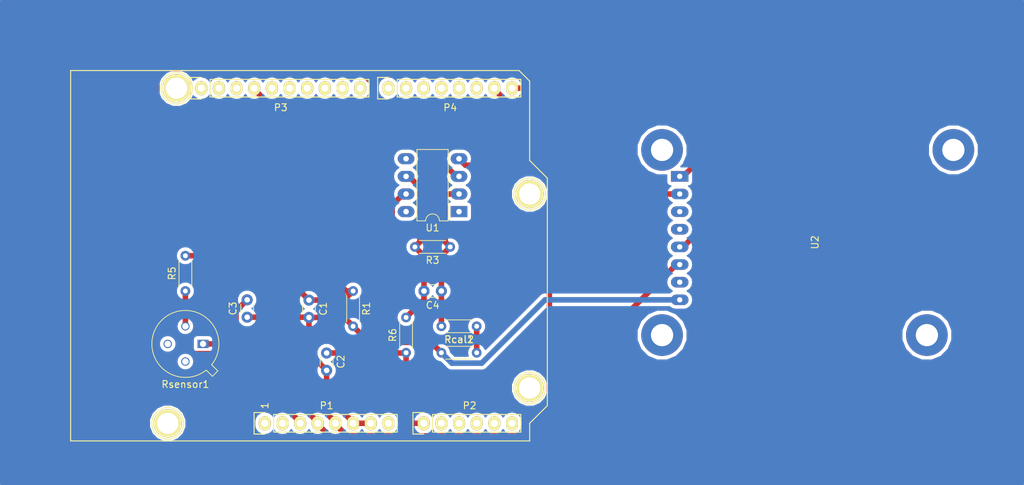
<source format=kicad_pcb>
(kicad_pcb (version 20171130) (host pcbnew "(5.0.0)")

  (general
    (thickness 1.6)
    (drawings 27)
    (tracks 106)
    (zones 0)
    (modules 21)
    (nets 44)
  )

  (page A4)
  (title_block
    (date "lun. 30 mars 2015")
  )

  (layers
    (0 F.Cu signal)
    (31 B.Cu signal)
    (32 B.Adhes user)
    (33 F.Adhes user)
    (34 B.Paste user)
    (35 F.Paste user)
    (36 B.SilkS user)
    (37 F.SilkS user)
    (38 B.Mask user)
    (39 F.Mask user)
    (40 Dwgs.User user)
    (41 Cmts.User user)
    (42 Eco1.User user)
    (43 Eco2.User user)
    (44 Edge.Cuts user)
    (45 Margin user)
    (46 B.CrtYd user)
    (47 F.CrtYd user)
    (48 B.Fab user)
    (49 F.Fab user)
  )

  (setup
    (last_trace_width 0.8)
    (trace_clearance 0.4)
    (zone_clearance 0.508)
    (zone_45_only no)
    (trace_min 0.2)
    (segment_width 0.15)
    (edge_width 0.15)
    (via_size 1.6)
    (via_drill 0.8)
    (via_min_size 0.4)
    (via_min_drill 0.3)
    (uvia_size 0.3)
    (uvia_drill 0.1)
    (uvias_allowed no)
    (uvia_min_size 0.2)
    (uvia_min_drill 0.1)
    (pcb_text_width 0.3)
    (pcb_text_size 1.5 1.5)
    (mod_edge_width 0.15)
    (mod_text_size 1 1)
    (mod_text_width 0.15)
    (pad_size 4.064 4.064)
    (pad_drill 3.048)
    (pad_to_mask_clearance 0)
    (aux_axis_origin 110.998 126.365)
    (grid_origin 110.998 126.365)
    (visible_elements 7FFFFFFF)
    (pcbplotparams
      (layerselection 0x00030_80000001)
      (usegerberextensions false)
      (usegerberattributes false)
      (usegerberadvancedattributes false)
      (creategerberjobfile false)
      (excludeedgelayer true)
      (linewidth 0.100000)
      (plotframeref false)
      (viasonmask false)
      (mode 1)
      (useauxorigin false)
      (hpglpennumber 1)
      (hpglpenspeed 20)
      (hpglpendiameter 15.000000)
      (psnegative false)
      (psa4output false)
      (plotreference true)
      (plotvalue true)
      (plotinvisibletext false)
      (padsonsilk false)
      (subtractmaskfromsilk false)
      (outputformat 1)
      (mirror false)
      (drillshape 1)
      (scaleselection 1)
      (outputdirectory ""))
  )

  (net 0 "")
  (net 1 /IOREF)
  (net 2 /Reset)
  (net 3 +5V)
  (net 4 GND)
  (net 5 /Vin)
  (net 6 /A0)
  (net 7 /A1)
  (net 8 /A2)
  (net 9 /A3)
  (net 10 /AREF)
  (net 11 "/A4(SDA)")
  (net 12 "/A5(SCL)")
  (net 13 "/9(**)")
  (net 14 /8)
  (net 15 /7)
  (net 16 "/6(**)")
  (net 17 "/5(**)")
  (net 18 /4)
  (net 19 "/3(**)")
  (net 20 /2)
  (net 21 "/1(Tx)")
  (net 22 "/0(Rx)")
  (net 23 "Net-(P5-Pad1)")
  (net 24 "Net-(P6-Pad1)")
  (net 25 "Net-(P7-Pad1)")
  (net 26 "Net-(P8-Pad1)")
  (net 27 "/13(SCK)")
  (net 28 "/10(**/SS)")
  (net 29 "Net-(P1-Pad1)")
  (net 30 +3V3)
  (net 31 "/12(MISO)")
  (net 32 "/11(**/MOSI)")
  (net 33 "Net-(C1-Pad1)")
  (net 34 "Net-(C4-Pad2)")
  (net 35 "Net-(C4-Pad1)")
  (net 36 "Net-(R5-Pad1)")
  (net 37 "Net-(Rcal1-Pad1)")
  (net 38 "Net-(U1-Pad1)")
  (net 39 "Net-(U1-Pad5)")
  (net 40 "Net-(U1-Pad8)")
  (net 41 "Net-(U2-Pad3)")
  (net 42 "Net-(U2-Pad4)")
  (net 43 "Net-(U2-Pad7)")

  (net_class Default "This is the default net class."
    (clearance 0.4)
    (trace_width 0.8)
    (via_dia 1.6)
    (via_drill 0.8)
    (uvia_dia 0.3)
    (uvia_drill 0.1)
    (add_net +3V3)
    (add_net +5V)
    (add_net "/0(Rx)")
    (add_net "/1(Tx)")
    (add_net "/10(**/SS)")
    (add_net "/11(**/MOSI)")
    (add_net "/12(MISO)")
    (add_net "/13(SCK)")
    (add_net /2)
    (add_net "/3(**)")
    (add_net /4)
    (add_net "/5(**)")
    (add_net "/6(**)")
    (add_net /7)
    (add_net /8)
    (add_net "/9(**)")
    (add_net /A0)
    (add_net /A1)
    (add_net /A2)
    (add_net /A3)
    (add_net "/A4(SDA)")
    (add_net "/A5(SCL)")
    (add_net /AREF)
    (add_net /IOREF)
    (add_net /Reset)
    (add_net /Vin)
    (add_net GND)
    (add_net "Net-(C1-Pad1)")
    (add_net "Net-(C4-Pad1)")
    (add_net "Net-(C4-Pad2)")
    (add_net "Net-(P1-Pad1)")
    (add_net "Net-(P5-Pad1)")
    (add_net "Net-(P6-Pad1)")
    (add_net "Net-(P7-Pad1)")
    (add_net "Net-(P8-Pad1)")
    (add_net "Net-(R5-Pad1)")
    (add_net "Net-(Rcal1-Pad1)")
    (add_net "Net-(U1-Pad1)")
    (add_net "Net-(U1-Pad5)")
    (add_net "Net-(U1-Pad8)")
    (add_net "Net-(U2-Pad3)")
    (add_net "Net-(U2-Pad4)")
    (add_net "Net-(U2-Pad7)")
  )

  (net_class Power ""
    (clearance 0.4)
    (trace_width 1)
    (via_dia 1.6)
    (via_drill 0.8)
    (uvia_dia 0.3)
    (uvia_drill 0.1)
  )

  (module Socket_Arduino_Uno:Socket_Strip_Arduino_1x08 locked (layer F.Cu) (tedit 552168D2) (tstamp 551AF9EA)
    (at 138.938 123.825)
    (descr "Through hole socket strip")
    (tags "socket strip")
    (path /56D70129)
    (fp_text reference P1 (at 8.89 -2.54) (layer F.SilkS)
      (effects (font (size 1 1) (thickness 0.15)))
    )
    (fp_text value Power (at 8.89 -4.064) (layer F.Fab)
      (effects (font (size 1 1) (thickness 0.15)))
    )
    (fp_line (start -1.75 -1.75) (end -1.75 1.75) (layer F.CrtYd) (width 0.05))
    (fp_line (start 19.55 -1.75) (end 19.55 1.75) (layer F.CrtYd) (width 0.05))
    (fp_line (start -1.75 -1.75) (end 19.55 -1.75) (layer F.CrtYd) (width 0.05))
    (fp_line (start -1.75 1.75) (end 19.55 1.75) (layer F.CrtYd) (width 0.05))
    (fp_line (start 1.27 1.27) (end 19.05 1.27) (layer F.SilkS) (width 0.15))
    (fp_line (start 19.05 1.27) (end 19.05 -1.27) (layer F.SilkS) (width 0.15))
    (fp_line (start 19.05 -1.27) (end 1.27 -1.27) (layer F.SilkS) (width 0.15))
    (fp_line (start -1.55 1.55) (end 0 1.55) (layer F.SilkS) (width 0.15))
    (fp_line (start 1.27 1.27) (end 1.27 -1.27) (layer F.SilkS) (width 0.15))
    (fp_line (start 0 -1.55) (end -1.55 -1.55) (layer F.SilkS) (width 0.15))
    (fp_line (start -1.55 -1.55) (end -1.55 1.55) (layer F.SilkS) (width 0.15))
    (pad 1 thru_hole oval (at 0 0) (size 1.7272 2.032) (drill 1.016) (layers *.Cu *.Mask F.SilkS)
      (net 29 "Net-(P1-Pad1)"))
    (pad 2 thru_hole oval (at 2.54 0) (size 1.7272 2.032) (drill 1.016) (layers *.Cu *.Mask F.SilkS)
      (net 1 /IOREF))
    (pad 3 thru_hole oval (at 5.08 0) (size 1.7272 2.032) (drill 1.016) (layers *.Cu *.Mask F.SilkS)
      (net 2 /Reset))
    (pad 4 thru_hole oval (at 7.62 0) (size 1.7272 2.032) (drill 1.016) (layers *.Cu *.Mask F.SilkS)
      (net 30 +3V3))
    (pad 5 thru_hole oval (at 10.16 0) (size 1.7272 2.032) (drill 1.016) (layers *.Cu *.Mask F.SilkS)
      (net 3 +5V))
    (pad 6 thru_hole oval (at 12.7 0) (size 1.7272 2.032) (drill 1.016) (layers *.Cu *.Mask F.SilkS)
      (net 4 GND))
    (pad 7 thru_hole oval (at 15.24 0) (size 1.7272 2.032) (drill 1.016) (layers *.Cu *.Mask F.SilkS)
      (net 4 GND))
    (pad 8 thru_hole oval (at 17.78 0) (size 1.7272 2.032) (drill 1.016) (layers *.Cu *.Mask F.SilkS)
      (net 5 /Vin))
    (model ${KIPRJMOD}/Socket_Arduino_Uno.3dshapes/Socket_header_Arduino_1x08.wrl
      (offset (xyz 8.889999866485596 0 0))
      (scale (xyz 1 1 1))
      (rotate (xyz 0 0 180))
    )
  )

  (module Socket_Arduino_Uno:Socket_Strip_Arduino_1x06 locked (layer F.Cu) (tedit 552168D6) (tstamp 551AF9FF)
    (at 161.798 123.825)
    (descr "Through hole socket strip")
    (tags "socket strip")
    (path /56D70DD8)
    (fp_text reference P2 (at 6.604 -2.54) (layer F.SilkS)
      (effects (font (size 1 1) (thickness 0.15)))
    )
    (fp_text value Analog (at 6.604 -4.064) (layer F.Fab)
      (effects (font (size 1 1) (thickness 0.15)))
    )
    (fp_line (start -1.75 -1.75) (end -1.75 1.75) (layer F.CrtYd) (width 0.05))
    (fp_line (start 14.45 -1.75) (end 14.45 1.75) (layer F.CrtYd) (width 0.05))
    (fp_line (start -1.75 -1.75) (end 14.45 -1.75) (layer F.CrtYd) (width 0.05))
    (fp_line (start -1.75 1.75) (end 14.45 1.75) (layer F.CrtYd) (width 0.05))
    (fp_line (start 1.27 1.27) (end 13.97 1.27) (layer F.SilkS) (width 0.15))
    (fp_line (start 13.97 1.27) (end 13.97 -1.27) (layer F.SilkS) (width 0.15))
    (fp_line (start 13.97 -1.27) (end 1.27 -1.27) (layer F.SilkS) (width 0.15))
    (fp_line (start -1.55 1.55) (end 0 1.55) (layer F.SilkS) (width 0.15))
    (fp_line (start 1.27 1.27) (end 1.27 -1.27) (layer F.SilkS) (width 0.15))
    (fp_line (start 0 -1.55) (end -1.55 -1.55) (layer F.SilkS) (width 0.15))
    (fp_line (start -1.55 -1.55) (end -1.55 1.55) (layer F.SilkS) (width 0.15))
    (pad 1 thru_hole oval (at 0 0) (size 1.7272 2.032) (drill 1.016) (layers *.Cu *.Mask F.SilkS)
      (net 6 /A0))
    (pad 2 thru_hole oval (at 2.54 0) (size 1.7272 2.032) (drill 1.016) (layers *.Cu *.Mask F.SilkS)
      (net 7 /A1))
    (pad 3 thru_hole oval (at 5.08 0) (size 1.7272 2.032) (drill 1.016) (layers *.Cu *.Mask F.SilkS)
      (net 8 /A2))
    (pad 4 thru_hole oval (at 7.62 0) (size 1.7272 2.032) (drill 1.016) (layers *.Cu *.Mask F.SilkS)
      (net 9 /A3))
    (pad 5 thru_hole oval (at 10.16 0) (size 1.7272 2.032) (drill 1.016) (layers *.Cu *.Mask F.SilkS)
      (net 11 "/A4(SDA)"))
    (pad 6 thru_hole oval (at 12.7 0) (size 1.7272 2.032) (drill 1.016) (layers *.Cu *.Mask F.SilkS)
      (net 12 "/A5(SCL)"))
    (model ${KIPRJMOD}/Socket_Arduino_Uno.3dshapes/Socket_header_Arduino_1x06.wrl
      (offset (xyz 6.349999904632568 0 0))
      (scale (xyz 1 1 1))
      (rotate (xyz 0 0 180))
    )
  )

  (module Socket_Arduino_Uno:Socket_Strip_Arduino_1x10 locked (layer F.Cu) (tedit 552168BF) (tstamp 551AFA18)
    (at 129.794 75.565)
    (descr "Through hole socket strip")
    (tags "socket strip")
    (path /56D721E0)
    (fp_text reference P3 (at 11.43 2.794) (layer F.SilkS)
      (effects (font (size 1 1) (thickness 0.15)))
    )
    (fp_text value Digital (at 11.43 4.318) (layer F.Fab)
      (effects (font (size 1 1) (thickness 0.15)))
    )
    (fp_line (start -1.75 -1.75) (end -1.75 1.75) (layer F.CrtYd) (width 0.05))
    (fp_line (start 24.65 -1.75) (end 24.65 1.75) (layer F.CrtYd) (width 0.05))
    (fp_line (start -1.75 -1.75) (end 24.65 -1.75) (layer F.CrtYd) (width 0.05))
    (fp_line (start -1.75 1.75) (end 24.65 1.75) (layer F.CrtYd) (width 0.05))
    (fp_line (start 1.27 1.27) (end 24.13 1.27) (layer F.SilkS) (width 0.15))
    (fp_line (start 24.13 1.27) (end 24.13 -1.27) (layer F.SilkS) (width 0.15))
    (fp_line (start 24.13 -1.27) (end 1.27 -1.27) (layer F.SilkS) (width 0.15))
    (fp_line (start -1.55 1.55) (end 0 1.55) (layer F.SilkS) (width 0.15))
    (fp_line (start 1.27 1.27) (end 1.27 -1.27) (layer F.SilkS) (width 0.15))
    (fp_line (start 0 -1.55) (end -1.55 -1.55) (layer F.SilkS) (width 0.15))
    (fp_line (start -1.55 -1.55) (end -1.55 1.55) (layer F.SilkS) (width 0.15))
    (pad 1 thru_hole oval (at 0 0) (size 1.7272 2.032) (drill 1.016) (layers *.Cu *.Mask F.SilkS)
      (net 12 "/A5(SCL)"))
    (pad 2 thru_hole oval (at 2.54 0) (size 1.7272 2.032) (drill 1.016) (layers *.Cu *.Mask F.SilkS)
      (net 11 "/A4(SDA)"))
    (pad 3 thru_hole oval (at 5.08 0) (size 1.7272 2.032) (drill 1.016) (layers *.Cu *.Mask F.SilkS)
      (net 10 /AREF))
    (pad 4 thru_hole oval (at 7.62 0) (size 1.7272 2.032) (drill 1.016) (layers *.Cu *.Mask F.SilkS)
      (net 4 GND))
    (pad 5 thru_hole oval (at 10.16 0) (size 1.7272 2.032) (drill 1.016) (layers *.Cu *.Mask F.SilkS)
      (net 27 "/13(SCK)"))
    (pad 6 thru_hole oval (at 12.7 0) (size 1.7272 2.032) (drill 1.016) (layers *.Cu *.Mask F.SilkS)
      (net 31 "/12(MISO)"))
    (pad 7 thru_hole oval (at 15.24 0) (size 1.7272 2.032) (drill 1.016) (layers *.Cu *.Mask F.SilkS)
      (net 32 "/11(**/MOSI)"))
    (pad 8 thru_hole oval (at 17.78 0) (size 1.7272 2.032) (drill 1.016) (layers *.Cu *.Mask F.SilkS)
      (net 28 "/10(**/SS)"))
    (pad 9 thru_hole oval (at 20.32 0) (size 1.7272 2.032) (drill 1.016) (layers *.Cu *.Mask F.SilkS)
      (net 13 "/9(**)"))
    (pad 10 thru_hole oval (at 22.86 0) (size 1.7272 2.032) (drill 1.016) (layers *.Cu *.Mask F.SilkS)
      (net 14 /8))
    (model ${KIPRJMOD}/Socket_Arduino_Uno.3dshapes/Socket_header_Arduino_1x10.wrl
      (offset (xyz 11.42999982833862 0 0))
      (scale (xyz 1 1 1))
      (rotate (xyz 0 0 180))
    )
  )

  (module Socket_Arduino_Uno:Socket_Strip_Arduino_1x08 locked (layer F.Cu) (tedit 552168C7) (tstamp 551AFA2F)
    (at 156.718 75.565)
    (descr "Through hole socket strip")
    (tags "socket strip")
    (path /56D7164F)
    (fp_text reference P4 (at 8.89 2.794) (layer F.SilkS)
      (effects (font (size 1 1) (thickness 0.15)))
    )
    (fp_text value Digital (at 8.89 4.318) (layer F.Fab)
      (effects (font (size 1 1) (thickness 0.15)))
    )
    (fp_line (start -1.75 -1.75) (end -1.75 1.75) (layer F.CrtYd) (width 0.05))
    (fp_line (start 19.55 -1.75) (end 19.55 1.75) (layer F.CrtYd) (width 0.05))
    (fp_line (start -1.75 -1.75) (end 19.55 -1.75) (layer F.CrtYd) (width 0.05))
    (fp_line (start -1.75 1.75) (end 19.55 1.75) (layer F.CrtYd) (width 0.05))
    (fp_line (start 1.27 1.27) (end 19.05 1.27) (layer F.SilkS) (width 0.15))
    (fp_line (start 19.05 1.27) (end 19.05 -1.27) (layer F.SilkS) (width 0.15))
    (fp_line (start 19.05 -1.27) (end 1.27 -1.27) (layer F.SilkS) (width 0.15))
    (fp_line (start -1.55 1.55) (end 0 1.55) (layer F.SilkS) (width 0.15))
    (fp_line (start 1.27 1.27) (end 1.27 -1.27) (layer F.SilkS) (width 0.15))
    (fp_line (start 0 -1.55) (end -1.55 -1.55) (layer F.SilkS) (width 0.15))
    (fp_line (start -1.55 -1.55) (end -1.55 1.55) (layer F.SilkS) (width 0.15))
    (pad 1 thru_hole oval (at 0 0) (size 1.7272 2.032) (drill 1.016) (layers *.Cu *.Mask F.SilkS)
      (net 15 /7))
    (pad 2 thru_hole oval (at 2.54 0) (size 1.7272 2.032) (drill 1.016) (layers *.Cu *.Mask F.SilkS)
      (net 16 "/6(**)"))
    (pad 3 thru_hole oval (at 5.08 0) (size 1.7272 2.032) (drill 1.016) (layers *.Cu *.Mask F.SilkS)
      (net 17 "/5(**)"))
    (pad 4 thru_hole oval (at 7.62 0) (size 1.7272 2.032) (drill 1.016) (layers *.Cu *.Mask F.SilkS)
      (net 18 /4))
    (pad 5 thru_hole oval (at 10.16 0) (size 1.7272 2.032) (drill 1.016) (layers *.Cu *.Mask F.SilkS)
      (net 19 "/3(**)"))
    (pad 6 thru_hole oval (at 12.7 0) (size 1.7272 2.032) (drill 1.016) (layers *.Cu *.Mask F.SilkS)
      (net 20 /2))
    (pad 7 thru_hole oval (at 15.24 0) (size 1.7272 2.032) (drill 1.016) (layers *.Cu *.Mask F.SilkS)
      (net 21 "/1(Tx)"))
    (pad 8 thru_hole oval (at 17.78 0) (size 1.7272 2.032) (drill 1.016) (layers *.Cu *.Mask F.SilkS)
      (net 22 "/0(Rx)"))
    (model ${KIPRJMOD}/Socket_Arduino_Uno.3dshapes/Socket_header_Arduino_1x08.wrl
      (offset (xyz 8.889999866485596 0 0))
      (scale (xyz 1 1 1))
      (rotate (xyz 0 0 180))
    )
  )

  (module Socket_Arduino_Uno:Arduino_1pin locked (layer F.Cu) (tedit 5524FC39) (tstamp 5524FC3F)
    (at 124.968 123.825)
    (descr "module 1 pin (ou trou mecanique de percage)")
    (tags DEV)
    (path /56D71177)
    (fp_text reference P5 (at 0 -3.048) (layer F.SilkS) hide
      (effects (font (size 1 1) (thickness 0.15)))
    )
    (fp_text value CONN_01X01 (at 0 2.794) (layer F.Fab) hide
      (effects (font (size 1 1) (thickness 0.15)))
    )
    (fp_circle (center 0 0) (end 0 -2.286) (layer F.SilkS) (width 0.15))
    (pad 1 thru_hole circle (at 0 0) (size 4.064 4.064) (drill 3.048) (layers *.Cu *.Mask F.SilkS)
      (net 23 "Net-(P5-Pad1)"))
  )

  (module Socket_Arduino_Uno:Arduino_1pin locked (layer F.Cu) (tedit 5524FC4A) (tstamp 5524FC44)
    (at 177.038 118.745)
    (descr "module 1 pin (ou trou mecanique de percage)")
    (tags DEV)
    (path /56D71274)
    (fp_text reference P6 (at 0 -3.048) (layer F.SilkS) hide
      (effects (font (size 1 1) (thickness 0.15)))
    )
    (fp_text value CONN_01X01 (at 0 2.794) (layer F.Fab) hide
      (effects (font (size 1 1) (thickness 0.15)))
    )
    (fp_circle (center 0 0) (end 0 -2.286) (layer F.SilkS) (width 0.15))
    (pad 1 thru_hole circle (at 0 0) (size 4.064 4.064) (drill 3.048) (layers *.Cu *.Mask F.SilkS)
      (net 24 "Net-(P6-Pad1)"))
  )

  (module Socket_Arduino_Uno:Arduino_1pin locked (layer F.Cu) (tedit 5524FC2F) (tstamp 5524FC49)
    (at 126.238 75.565)
    (descr "module 1 pin (ou trou mecanique de percage)")
    (tags DEV)
    (path /56D712A8)
    (fp_text reference P7 (at 0 -3.048) (layer F.SilkS) hide
      (effects (font (size 1 1) (thickness 0.15)))
    )
    (fp_text value CONN_01X01 (at 0 2.794) (layer F.Fab) hide
      (effects (font (size 1 1) (thickness 0.15)))
    )
    (fp_circle (center 0 0) (end 0 -2.286) (layer F.SilkS) (width 0.15))
    (pad 1 thru_hole circle (at 0 0) (size 4.064 4.064) (drill 3.048) (layers *.Cu *.Mask F.SilkS)
      (net 25 "Net-(P7-Pad1)"))
  )

  (module Socket_Arduino_Uno:Arduino_1pin locked (layer F.Cu) (tedit 5524FC41) (tstamp 5524FC4E)
    (at 177.038 90.805)
    (descr "module 1 pin (ou trou mecanique de percage)")
    (tags DEV)
    (path /56D712DB)
    (fp_text reference P8 (at 0 -3.048) (layer F.SilkS) hide
      (effects (font (size 1 1) (thickness 0.15)))
    )
    (fp_text value CONN_01X01 (at 0 2.794) (layer F.Fab) hide
      (effects (font (size 1 1) (thickness 0.15)))
    )
    (fp_circle (center 0 0) (end 0 -2.286) (layer F.SilkS) (width 0.15))
    (pad 1 thru_hole circle (at 0 0) (size 4.064 4.064) (drill 3.048) (layers *.Cu *.Mask F.SilkS)
      (net 26 "Net-(P8-Pad1)"))
  )

  (module Capacitor_THT:C_Disc_D3.0mm_W1.6mm_P2.50mm (layer F.Cu) (tedit 5AE50EF0) (tstamp 5BF42C8E)
    (at 145.288 106.085 270)
    (descr "C, Disc series, Radial, pin pitch=2.50mm, , diameter*width=3.0*1.6mm^2, Capacitor, http://www.vishay.com/docs/45233/krseries.pdf")
    (tags "C Disc series Radial pin pitch 2.50mm  diameter 3.0mm width 1.6mm Capacitor")
    (path /5BEB520E)
    (fp_text reference C1 (at 1.25 -2.05 270) (layer F.SilkS)
      (effects (font (size 1 1) (thickness 0.15)))
    )
    (fp_text value 100n (at 1.25 2.05 270) (layer F.Fab)
      (effects (font (size 1 1) (thickness 0.15)))
    )
    (fp_line (start -0.25 -0.8) (end -0.25 0.8) (layer F.Fab) (width 0.1))
    (fp_line (start -0.25 0.8) (end 2.75 0.8) (layer F.Fab) (width 0.1))
    (fp_line (start 2.75 0.8) (end 2.75 -0.8) (layer F.Fab) (width 0.1))
    (fp_line (start 2.75 -0.8) (end -0.25 -0.8) (layer F.Fab) (width 0.1))
    (fp_line (start 0.621 -0.92) (end 1.879 -0.92) (layer F.SilkS) (width 0.12))
    (fp_line (start 0.621 0.92) (end 1.879 0.92) (layer F.SilkS) (width 0.12))
    (fp_line (start -1.05 -1.05) (end -1.05 1.05) (layer F.CrtYd) (width 0.05))
    (fp_line (start -1.05 1.05) (end 3.55 1.05) (layer F.CrtYd) (width 0.05))
    (fp_line (start 3.55 1.05) (end 3.55 -1.05) (layer F.CrtYd) (width 0.05))
    (fp_line (start 3.55 -1.05) (end -1.05 -1.05) (layer F.CrtYd) (width 0.05))
    (fp_text user %R (at 1.25 0 270) (layer F.Fab)
      (effects (font (size 0.6 0.6) (thickness 0.09)))
    )
    (pad 1 thru_hole circle (at 0 0 270) (size 1.6 1.6) (drill 0.8) (layers *.Cu *.Mask)
      (net 33 "Net-(C1-Pad1)"))
    (pad 2 thru_hole circle (at 2.5 0 270) (size 1.6 1.6) (drill 0.8) (layers *.Cu *.Mask)
      (net 4 GND))
    (model ${KISYS3DMOD}/Capacitor_THT.3dshapes/C_Disc_D3.0mm_W1.6mm_P2.50mm.wrl
      (at (xyz 0 0 0))
      (scale (xyz 1 1 1))
      (rotate (xyz 0 0 0))
    )
  )

  (module Capacitor_THT:C_Disc_D3.0mm_W1.6mm_P2.50mm (layer F.Cu) (tedit 5AE50EF0) (tstamp 5C11CC6D)
    (at 147.828 113.705 270)
    (descr "C, Disc series, Radial, pin pitch=2.50mm, , diameter*width=3.0*1.6mm^2, Capacitor, http://www.vishay.com/docs/45233/krseries.pdf")
    (tags "C Disc series Radial pin pitch 2.50mm  diameter 3.0mm width 1.6mm Capacitor")
    (path /5BECB625)
    (fp_text reference C2 (at 1.25 -2.05 270) (layer F.SilkS)
      (effects (font (size 1 1) (thickness 0.15)))
    )
    (fp_text value 100n (at 1.25 2.05 270) (layer F.Fab)
      (effects (font (size 1 1) (thickness 0.15)))
    )
    (fp_text user %R (at 1.27 0 270) (layer F.Fab)
      (effects (font (size 0.6 0.6) (thickness 0.09)))
    )
    (fp_line (start 3.55 -1.05) (end -1.05 -1.05) (layer F.CrtYd) (width 0.05))
    (fp_line (start 3.55 1.05) (end 3.55 -1.05) (layer F.CrtYd) (width 0.05))
    (fp_line (start -1.05 1.05) (end 3.55 1.05) (layer F.CrtYd) (width 0.05))
    (fp_line (start -1.05 -1.05) (end -1.05 1.05) (layer F.CrtYd) (width 0.05))
    (fp_line (start 0.621 0.92) (end 1.879 0.92) (layer F.SilkS) (width 0.12))
    (fp_line (start 0.621 -0.92) (end 1.879 -0.92) (layer F.SilkS) (width 0.12))
    (fp_line (start 2.75 -0.8) (end -0.25 -0.8) (layer F.Fab) (width 0.1))
    (fp_line (start 2.75 0.8) (end 2.75 -0.8) (layer F.Fab) (width 0.1))
    (fp_line (start -0.25 0.8) (end 2.75 0.8) (layer F.Fab) (width 0.1))
    (fp_line (start -0.25 -0.8) (end -0.25 0.8) (layer F.Fab) (width 0.1))
    (pad 2 thru_hole circle (at 2.5 0 270) (size 1.6 1.6) (drill 0.8) (layers *.Cu *.Mask)
      (net 4 GND))
    (pad 1 thru_hole circle (at 0 0 270) (size 1.6 1.6) (drill 0.8) (layers *.Cu *.Mask)
      (net 6 /A0))
    (model ${KISYS3DMOD}/Capacitor_THT.3dshapes/C_Disc_D3.0mm_W1.6mm_P2.50mm.wrl
      (at (xyz 0 0 0))
      (scale (xyz 1 1 1))
      (rotate (xyz 0 0 0))
    )
  )

  (module Capacitor_THT:C_Disc_D3.0mm_W1.6mm_P2.50mm (layer F.Cu) (tedit 5AE50EF0) (tstamp 5BFE9AED)
    (at 136.398 108.545 90)
    (descr "C, Disc series, Radial, pin pitch=2.50mm, , diameter*width=3.0*1.6mm^2, Capacitor, http://www.vishay.com/docs/45233/krseries.pdf")
    (tags "C Disc series Radial pin pitch 2.50mm  diameter 3.0mm width 1.6mm Capacitor")
    (path /5BEBDC6A)
    (fp_text reference C3 (at 1.25 -2.05 90) (layer F.SilkS)
      (effects (font (size 1 1) (thickness 0.15)))
    )
    (fp_text value 100n (at 1.25 2.05 90) (layer F.Fab)
      (effects (font (size 1 1) (thickness 0.15)))
    )
    (fp_line (start -0.25 -0.8) (end -0.25 0.8) (layer F.Fab) (width 0.1))
    (fp_line (start -0.25 0.8) (end 2.75 0.8) (layer F.Fab) (width 0.1))
    (fp_line (start 2.75 0.8) (end 2.75 -0.8) (layer F.Fab) (width 0.1))
    (fp_line (start 2.75 -0.8) (end -0.25 -0.8) (layer F.Fab) (width 0.1))
    (fp_line (start 0.621 -0.92) (end 1.879 -0.92) (layer F.SilkS) (width 0.12))
    (fp_line (start 0.621 0.92) (end 1.879 0.92) (layer F.SilkS) (width 0.12))
    (fp_line (start -1.05 -1.05) (end -1.05 1.05) (layer F.CrtYd) (width 0.05))
    (fp_line (start -1.05 1.05) (end 3.55 1.05) (layer F.CrtYd) (width 0.05))
    (fp_line (start 3.55 1.05) (end 3.55 -1.05) (layer F.CrtYd) (width 0.05))
    (fp_line (start 3.55 -1.05) (end -1.05 -1.05) (layer F.CrtYd) (width 0.05))
    (fp_text user %R (at 1.27 0 90) (layer F.Fab)
      (effects (font (size 0.6 0.6) (thickness 0.09)))
    )
    (pad 1 thru_hole circle (at 0 0 90) (size 1.6 1.6) (drill 0.8) (layers *.Cu *.Mask)
      (net 4 GND))
    (pad 2 thru_hole circle (at 2.5 0 90) (size 1.6 1.6) (drill 0.8) (layers *.Cu *.Mask)
      (net 3 +5V))
    (model ${KISYS3DMOD}/Capacitor_THT.3dshapes/C_Disc_D3.0mm_W1.6mm_P2.50mm.wrl
      (at (xyz 0 0 0))
      (scale (xyz 1 1 1))
      (rotate (xyz 0 0 0))
    )
  )

  (module Capacitor_THT:C_Disc_D3.0mm_W1.6mm_P2.50mm (layer F.Cu) (tedit 5AE50EF0) (tstamp 5C11CC8F)
    (at 164.338 104.775 180)
    (descr "C, Disc series, Radial, pin pitch=2.50mm, , diameter*width=3.0*1.6mm^2, Capacitor, http://www.vishay.com/docs/45233/krseries.pdf")
    (tags "C Disc series Radial pin pitch 2.50mm  diameter 3.0mm width 1.6mm Capacitor")
    (path /5BEC12BD)
    (fp_text reference C4 (at 1.25 -2.05 180) (layer F.SilkS)
      (effects (font (size 1 1) (thickness 0.15)))
    )
    (fp_text value 1u (at 1.25 2.05 180) (layer F.Fab)
      (effects (font (size 1 1) (thickness 0.15)))
    )
    (fp_text user %R (at 1.25 0 180) (layer F.Fab)
      (effects (font (size 0.6 0.6) (thickness 0.09)))
    )
    (fp_line (start 3.55 -1.05) (end -1.05 -1.05) (layer F.CrtYd) (width 0.05))
    (fp_line (start 3.55 1.05) (end 3.55 -1.05) (layer F.CrtYd) (width 0.05))
    (fp_line (start -1.05 1.05) (end 3.55 1.05) (layer F.CrtYd) (width 0.05))
    (fp_line (start -1.05 -1.05) (end -1.05 1.05) (layer F.CrtYd) (width 0.05))
    (fp_line (start 0.621 0.92) (end 1.879 0.92) (layer F.SilkS) (width 0.12))
    (fp_line (start 0.621 -0.92) (end 1.879 -0.92) (layer F.SilkS) (width 0.12))
    (fp_line (start 2.75 -0.8) (end -0.25 -0.8) (layer F.Fab) (width 0.1))
    (fp_line (start 2.75 0.8) (end 2.75 -0.8) (layer F.Fab) (width 0.1))
    (fp_line (start -0.25 0.8) (end 2.75 0.8) (layer F.Fab) (width 0.1))
    (fp_line (start -0.25 -0.8) (end -0.25 0.8) (layer F.Fab) (width 0.1))
    (pad 2 thru_hole circle (at 2.5 0 180) (size 1.6 1.6) (drill 0.8) (layers *.Cu *.Mask)
      (net 34 "Net-(C4-Pad2)"))
    (pad 1 thru_hole circle (at 0 0 180) (size 1.6 1.6) (drill 0.8) (layers *.Cu *.Mask)
      (net 35 "Net-(C4-Pad1)"))
    (model ${KISYS3DMOD}/Capacitor_THT.3dshapes/C_Disc_D3.0mm_W1.6mm_P2.50mm.wrl
      (at (xyz 0 0 0))
      (scale (xyz 1 1 1))
      (rotate (xyz 0 0 0))
    )
  )

  (module Resistor_THT:R_Axial_DIN0204_L3.6mm_D1.6mm_P5.08mm_Horizontal (layer F.Cu) (tedit 5AE5139B) (tstamp 5BFE9BDF)
    (at 151.638 104.775 270)
    (descr "Resistor, Axial_DIN0204 series, Axial, Horizontal, pin pitch=5.08mm, 0.167W, length*diameter=3.6*1.6mm^2, http://cdn-reichelt.de/documents/datenblatt/B400/1_4W%23YAG.pdf")
    (tags "Resistor Axial_DIN0204 series Axial Horizontal pin pitch 5.08mm 0.167W length 3.6mm diameter 1.6mm")
    (path /5BEB5347)
    (fp_text reference R1 (at 2.54 -1.92 270) (layer F.SilkS)
      (effects (font (size 1 1) (thickness 0.15)))
    )
    (fp_text value 100k (at 2.54 1.92 270) (layer F.Fab)
      (effects (font (size 1 1) (thickness 0.15)))
    )
    (fp_line (start 0.74 -0.8) (end 0.74 0.8) (layer F.Fab) (width 0.1))
    (fp_line (start 0.74 0.8) (end 4.34 0.8) (layer F.Fab) (width 0.1))
    (fp_line (start 4.34 0.8) (end 4.34 -0.8) (layer F.Fab) (width 0.1))
    (fp_line (start 4.34 -0.8) (end 0.74 -0.8) (layer F.Fab) (width 0.1))
    (fp_line (start 0 0) (end 0.74 0) (layer F.Fab) (width 0.1))
    (fp_line (start 5.08 0) (end 4.34 0) (layer F.Fab) (width 0.1))
    (fp_line (start 0.62 -0.92) (end 4.46 -0.92) (layer F.SilkS) (width 0.12))
    (fp_line (start 0.62 0.92) (end 4.46 0.92) (layer F.SilkS) (width 0.12))
    (fp_line (start -0.95 -1.05) (end -0.95 1.05) (layer F.CrtYd) (width 0.05))
    (fp_line (start -0.95 1.05) (end 6.03 1.05) (layer F.CrtYd) (width 0.05))
    (fp_line (start 6.03 1.05) (end 6.03 -1.05) (layer F.CrtYd) (width 0.05))
    (fp_line (start 6.03 -1.05) (end -0.95 -1.05) (layer F.CrtYd) (width 0.05))
    (fp_text user %R (at 2.54 0 270) (layer F.Fab)
      (effects (font (size 0.72 0.72) (thickness 0.108)))
    )
    (pad 1 thru_hole circle (at 0 0 270) (size 1.4 1.4) (drill 0.7) (layers *.Cu *.Mask)
      (net 33 "Net-(C1-Pad1)"))
    (pad 2 thru_hole oval (at 5.08 0 270) (size 1.4 1.4) (drill 0.7) (layers *.Cu *.Mask)
      (net 4 GND))
    (model ${KISYS3DMOD}/Resistor_THT.3dshapes/R_Axial_DIN0204_L3.6mm_D1.6mm_P5.08mm_Horizontal.wrl
      (at (xyz 0 0 0))
      (scale (xyz 1 1 1))
      (rotate (xyz 0 0 0))
    )
  )

  (module Resistor_THT:R_Axial_DIN0204_L3.6mm_D1.6mm_P5.08mm_Horizontal (layer F.Cu) (tedit 5AE5139B) (tstamp 5C11CCB5)
    (at 165.608 98.425 180)
    (descr "Resistor, Axial_DIN0204 series, Axial, Horizontal, pin pitch=5.08mm, 0.167W, length*diameter=3.6*1.6mm^2, http://cdn-reichelt.de/documents/datenblatt/B400/1_4W%23YAG.pdf")
    (tags "Resistor Axial_DIN0204 series Axial Horizontal pin pitch 5.08mm 0.167W length 3.6mm diameter 1.6mm")
    (path /5BEC13BD)
    (fp_text reference R3 (at 2.54 -1.92 180) (layer F.SilkS)
      (effects (font (size 1 1) (thickness 0.15)))
    )
    (fp_text value 100k (at 2.54 1.92 180) (layer F.Fab)
      (effects (font (size 1 1) (thickness 0.15)))
    )
    (fp_line (start 0.74 -0.8) (end 0.74 0.8) (layer F.Fab) (width 0.1))
    (fp_line (start 0.74 0.8) (end 4.34 0.8) (layer F.Fab) (width 0.1))
    (fp_line (start 4.34 0.8) (end 4.34 -0.8) (layer F.Fab) (width 0.1))
    (fp_line (start 4.34 -0.8) (end 0.74 -0.8) (layer F.Fab) (width 0.1))
    (fp_line (start 0 0) (end 0.74 0) (layer F.Fab) (width 0.1))
    (fp_line (start 5.08 0) (end 4.34 0) (layer F.Fab) (width 0.1))
    (fp_line (start 0.62 -0.92) (end 4.46 -0.92) (layer F.SilkS) (width 0.12))
    (fp_line (start 0.62 0.92) (end 4.46 0.92) (layer F.SilkS) (width 0.12))
    (fp_line (start -0.95 -1.05) (end -0.95 1.05) (layer F.CrtYd) (width 0.05))
    (fp_line (start -0.95 1.05) (end 6.03 1.05) (layer F.CrtYd) (width 0.05))
    (fp_line (start 6.03 1.05) (end 6.03 -1.05) (layer F.CrtYd) (width 0.05))
    (fp_line (start 6.03 -1.05) (end -0.95 -1.05) (layer F.CrtYd) (width 0.05))
    (fp_text user %R (at 2.54 0 180) (layer F.Fab)
      (effects (font (size 0.72 0.72) (thickness 0.108)))
    )
    (pad 1 thru_hole circle (at 0 0 180) (size 1.4 1.4) (drill 0.7) (layers *.Cu *.Mask)
      (net 35 "Net-(C4-Pad1)"))
    (pad 2 thru_hole oval (at 5.08 0 180) (size 1.4 1.4) (drill 0.7) (layers *.Cu *.Mask)
      (net 34 "Net-(C4-Pad2)"))
    (model ${KISYS3DMOD}/Resistor_THT.3dshapes/R_Axial_DIN0204_L3.6mm_D1.6mm_P5.08mm_Horizontal.wrl
      (at (xyz 0 0 0))
      (scale (xyz 1 1 1))
      (rotate (xyz 0 0 0))
    )
  )

  (module Resistor_THT:R_Axial_DIN0204_L3.6mm_D1.6mm_P5.08mm_Horizontal (layer F.Cu) (tedit 5AE5139B) (tstamp 5C11CCC8)
    (at 127.508 104.775 90)
    (descr "Resistor, Axial_DIN0204 series, Axial, Horizontal, pin pitch=5.08mm, 0.167W, length*diameter=3.6*1.6mm^2, http://cdn-reichelt.de/documents/datenblatt/B400/1_4W%23YAG.pdf")
    (tags "Resistor Axial_DIN0204 series Axial Horizontal pin pitch 5.08mm 0.167W length 3.6mm diameter 1.6mm")
    (path /5BEB6DB7)
    (fp_text reference R5 (at 2.54 -1.92 90) (layer F.SilkS)
      (effects (font (size 1 1) (thickness 0.15)))
    )
    (fp_text value 10k (at 2.54 1.92 90) (layer F.Fab)
      (effects (font (size 1 1) (thickness 0.15)))
    )
    (fp_text user %R (at 2.54 0 90) (layer F.Fab)
      (effects (font (size 0.72 0.72) (thickness 0.108)))
    )
    (fp_line (start 6.03 -1.05) (end -0.95 -1.05) (layer F.CrtYd) (width 0.05))
    (fp_line (start 6.03 1.05) (end 6.03 -1.05) (layer F.CrtYd) (width 0.05))
    (fp_line (start -0.95 1.05) (end 6.03 1.05) (layer F.CrtYd) (width 0.05))
    (fp_line (start -0.95 -1.05) (end -0.95 1.05) (layer F.CrtYd) (width 0.05))
    (fp_line (start 0.62 0.92) (end 4.46 0.92) (layer F.SilkS) (width 0.12))
    (fp_line (start 0.62 -0.92) (end 4.46 -0.92) (layer F.SilkS) (width 0.12))
    (fp_line (start 5.08 0) (end 4.34 0) (layer F.Fab) (width 0.1))
    (fp_line (start 0 0) (end 0.74 0) (layer F.Fab) (width 0.1))
    (fp_line (start 4.34 -0.8) (end 0.74 -0.8) (layer F.Fab) (width 0.1))
    (fp_line (start 4.34 0.8) (end 4.34 -0.8) (layer F.Fab) (width 0.1))
    (fp_line (start 0.74 0.8) (end 4.34 0.8) (layer F.Fab) (width 0.1))
    (fp_line (start 0.74 -0.8) (end 0.74 0.8) (layer F.Fab) (width 0.1))
    (pad 2 thru_hole oval (at 5.08 0 90) (size 1.4 1.4) (drill 0.7) (layers *.Cu *.Mask)
      (net 33 "Net-(C1-Pad1)"))
    (pad 1 thru_hole circle (at 0 0 90) (size 1.4 1.4) (drill 0.7) (layers *.Cu *.Mask)
      (net 36 "Net-(R5-Pad1)"))
    (model ${KISYS3DMOD}/Resistor_THT.3dshapes/R_Axial_DIN0204_L3.6mm_D1.6mm_P5.08mm_Horizontal.wrl
      (at (xyz 0 0 0))
      (scale (xyz 1 1 1))
      (rotate (xyz 0 0 0))
    )
  )

  (module Resistor_THT:R_Axial_DIN0204_L3.6mm_D1.6mm_P5.08mm_Horizontal (layer F.Cu) (tedit 5AE5139B) (tstamp 5C11CCDB)
    (at 159.258 113.665 90)
    (descr "Resistor, Axial_DIN0204 series, Axial, Horizontal, pin pitch=5.08mm, 0.167W, length*diameter=3.6*1.6mm^2, http://cdn-reichelt.de/documents/datenblatt/B400/1_4W%23YAG.pdf")
    (tags "Resistor Axial_DIN0204 series Axial Horizontal pin pitch 5.08mm 0.167W length 3.6mm diameter 1.6mm")
    (path /5BECB4E2)
    (fp_text reference R6 (at 2.54 -1.92 90) (layer F.SilkS)
      (effects (font (size 1 1) (thickness 0.15)))
    )
    (fp_text value 1k (at 2.54 1.92 90) (layer F.Fab)
      (effects (font (size 1 1) (thickness 0.15)))
    )
    (fp_text user %R (at 2.54 0 90) (layer F.Fab)
      (effects (font (size 0.72 0.72) (thickness 0.108)))
    )
    (fp_line (start 6.03 -1.05) (end -0.95 -1.05) (layer F.CrtYd) (width 0.05))
    (fp_line (start 6.03 1.05) (end 6.03 -1.05) (layer F.CrtYd) (width 0.05))
    (fp_line (start -0.95 1.05) (end 6.03 1.05) (layer F.CrtYd) (width 0.05))
    (fp_line (start -0.95 -1.05) (end -0.95 1.05) (layer F.CrtYd) (width 0.05))
    (fp_line (start 0.62 0.92) (end 4.46 0.92) (layer F.SilkS) (width 0.12))
    (fp_line (start 0.62 -0.92) (end 4.46 -0.92) (layer F.SilkS) (width 0.12))
    (fp_line (start 5.08 0) (end 4.34 0) (layer F.Fab) (width 0.1))
    (fp_line (start 0 0) (end 0.74 0) (layer F.Fab) (width 0.1))
    (fp_line (start 4.34 -0.8) (end 0.74 -0.8) (layer F.Fab) (width 0.1))
    (fp_line (start 4.34 0.8) (end 4.34 -0.8) (layer F.Fab) (width 0.1))
    (fp_line (start 0.74 0.8) (end 4.34 0.8) (layer F.Fab) (width 0.1))
    (fp_line (start 0.74 -0.8) (end 0.74 0.8) (layer F.Fab) (width 0.1))
    (pad 2 thru_hole oval (at 5.08 0 90) (size 1.4 1.4) (drill 0.7) (layers *.Cu *.Mask)
      (net 34 "Net-(C4-Pad2)"))
    (pad 1 thru_hole circle (at 0 0 90) (size 1.4 1.4) (drill 0.7) (layers *.Cu *.Mask)
      (net 6 /A0))
    (model ${KISYS3DMOD}/Resistor_THT.3dshapes/R_Axial_DIN0204_L3.6mm_D1.6mm_P5.08mm_Horizontal.wrl
      (at (xyz 0 0 0))
      (scale (xyz 1 1 1))
      (rotate (xyz 0 0 0))
    )
  )

  (module Resistor_THT:R_Axial_DIN0204_L3.6mm_D1.6mm_P5.08mm_Horizontal (layer F.Cu) (tedit 5AE5139B) (tstamp 5BFEAD1E)
    (at 169.418 109.855 180)
    (descr "Resistor, Axial_DIN0204 series, Axial, Horizontal, pin pitch=5.08mm, 0.167W, length*diameter=3.6*1.6mm^2, http://cdn-reichelt.de/documents/datenblatt/B400/1_4W%23YAG.pdf")
    (tags "Resistor Axial_DIN0204 series Axial Horizontal pin pitch 5.08mm 0.167W length 3.6mm diameter 1.6mm")
    (path /5BEBAA99)
    (fp_text reference Rcal1 (at 2.54 -1.92 180) (layer F.SilkS)
      (effects (font (size 1 1) (thickness 0.15)))
    )
    (fp_text value R (at 2.54 1.92 180) (layer F.Fab)
      (effects (font (size 1 1) (thickness 0.15)))
    )
    (fp_line (start 0.74 -0.8) (end 0.74 0.8) (layer F.Fab) (width 0.1))
    (fp_line (start 0.74 0.8) (end 4.34 0.8) (layer F.Fab) (width 0.1))
    (fp_line (start 4.34 0.8) (end 4.34 -0.8) (layer F.Fab) (width 0.1))
    (fp_line (start 4.34 -0.8) (end 0.74 -0.8) (layer F.Fab) (width 0.1))
    (fp_line (start 0 0) (end 0.74 0) (layer F.Fab) (width 0.1))
    (fp_line (start 5.08 0) (end 4.34 0) (layer F.Fab) (width 0.1))
    (fp_line (start 0.62 -0.92) (end 4.46 -0.92) (layer F.SilkS) (width 0.12))
    (fp_line (start 0.62 0.92) (end 4.46 0.92) (layer F.SilkS) (width 0.12))
    (fp_line (start -0.95 -1.05) (end -0.95 1.05) (layer F.CrtYd) (width 0.05))
    (fp_line (start -0.95 1.05) (end 6.03 1.05) (layer F.CrtYd) (width 0.05))
    (fp_line (start 6.03 1.05) (end 6.03 -1.05) (layer F.CrtYd) (width 0.05))
    (fp_line (start 6.03 -1.05) (end -0.95 -1.05) (layer F.CrtYd) (width 0.05))
    (fp_text user %R (at 2.54 0 180) (layer F.Fab)
      (effects (font (size 0.72 0.72) (thickness 0.108)))
    )
    (pad 1 thru_hole circle (at 0 0 180) (size 1.4 1.4) (drill 0.7) (layers *.Cu *.Mask)
      (net 37 "Net-(Rcal1-Pad1)"))
    (pad 2 thru_hole oval (at 5.08 0 180) (size 1.4 1.4) (drill 0.7) (layers *.Cu *.Mask)
      (net 35 "Net-(C4-Pad1)"))
    (model ${KISYS3DMOD}/Resistor_THT.3dshapes/R_Axial_DIN0204_L3.6mm_D1.6mm_P5.08mm_Horizontal.wrl
      (at (xyz 0 0 0))
      (scale (xyz 1 1 1))
      (rotate (xyz 0 0 0))
    )
  )

  (module Resistor_THT:R_Axial_DIN0204_L3.6mm_D1.6mm_P5.08mm_Horizontal (layer F.Cu) (tedit 5AE5139B) (tstamp 5C11D342)
    (at 164.338 113.665)
    (descr "Resistor, Axial_DIN0204 series, Axial, Horizontal, pin pitch=5.08mm, 0.167W, length*diameter=3.6*1.6mm^2, http://cdn-reichelt.de/documents/datenblatt/B400/1_4W%23YAG.pdf")
    (tags "Resistor Axial_DIN0204 series Axial Horizontal pin pitch 5.08mm 0.167W length 3.6mm diameter 1.6mm")
    (path /5BEBAB31)
    (fp_text reference Rcal2 (at 2.54 -1.92) (layer F.SilkS)
      (effects (font (size 1 1) (thickness 0.15)))
    )
    (fp_text value R (at 2.54 1.92) (layer F.Fab)
      (effects (font (size 1 1) (thickness 0.15)))
    )
    (fp_text user %R (at 2.54 0) (layer F.Fab)
      (effects (font (size 0.72 0.72) (thickness 0.108)))
    )
    (fp_line (start 6.03 -1.05) (end -0.95 -1.05) (layer F.CrtYd) (width 0.05))
    (fp_line (start 6.03 1.05) (end 6.03 -1.05) (layer F.CrtYd) (width 0.05))
    (fp_line (start -0.95 1.05) (end 6.03 1.05) (layer F.CrtYd) (width 0.05))
    (fp_line (start -0.95 -1.05) (end -0.95 1.05) (layer F.CrtYd) (width 0.05))
    (fp_line (start 0.62 0.92) (end 4.46 0.92) (layer F.SilkS) (width 0.12))
    (fp_line (start 0.62 -0.92) (end 4.46 -0.92) (layer F.SilkS) (width 0.12))
    (fp_line (start 5.08 0) (end 4.34 0) (layer F.Fab) (width 0.1))
    (fp_line (start 0 0) (end 0.74 0) (layer F.Fab) (width 0.1))
    (fp_line (start 4.34 -0.8) (end 0.74 -0.8) (layer F.Fab) (width 0.1))
    (fp_line (start 4.34 0.8) (end 4.34 -0.8) (layer F.Fab) (width 0.1))
    (fp_line (start 0.74 0.8) (end 4.34 0.8) (layer F.Fab) (width 0.1))
    (fp_line (start 0.74 -0.8) (end 0.74 0.8) (layer F.Fab) (width 0.1))
    (pad 2 thru_hole oval (at 5.08 0) (size 1.4 1.4) (drill 0.7) (layers *.Cu *.Mask)
      (net 37 "Net-(Rcal1-Pad1)"))
    (pad 1 thru_hole circle (at 0 0) (size 1.4 1.4) (drill 0.7) (layers *.Cu *.Mask)
      (net 4 GND))
    (model ${KISYS3DMOD}/Resistor_THT.3dshapes/R_Axial_DIN0204_L3.6mm_D1.6mm_P5.08mm_Horizontal.wrl
      (at (xyz 0 0 0))
      (scale (xyz 1 1 1))
      (rotate (xyz 0 0 0))
    )
  )

  (module TO_Lib:TO-5-4 (layer F.Cu) (tedit 5BED6A57) (tstamp 5C11CD17)
    (at 130.048 112.395 180)
    (descr TO-5-4)
    (tags TO-5-4)
    (path /5BEB78B2)
    (fp_text reference Rsensor1 (at 2.54 -5.82 180) (layer F.SilkS)
      (effects (font (size 1 1) (thickness 0.15)))
    )
    (fp_text value 10k<...<1G (at 2.54 5.82 180) (layer F.Fab)
      (effects (font (size 1 1) (thickness 0.15)))
    )
    (fp_arc (start 2.54 0) (end -0.457084 -3.774902) (angle 346.9) (layer F.SilkS) (width 0.12))
    (fp_arc (start 2.54 0) (end -0.465408 -3.61352) (angle 349.5) (layer F.Fab) (width 0.1))
    (fp_circle (center 2.54 0) (end 6.79 0) (layer F.Fab) (width 0.1))
    (fp_line (start 7.49 -4.95) (end -2.41 -4.95) (layer F.CrtYd) (width 0.05))
    (fp_line (start 7.49 4.95) (end 7.49 -4.95) (layer F.CrtYd) (width 0.05))
    (fp_line (start -2.41 4.95) (end 7.49 4.95) (layer F.CrtYd) (width 0.05))
    (fp_line (start -2.41 -4.95) (end -2.41 4.95) (layer F.CrtYd) (width 0.05))
    (fp_line (start -2.125856 -3.888039) (end -1.234902 -2.997084) (layer F.SilkS) (width 0.12))
    (fp_line (start -1.348039 -4.665856) (end -2.125856 -3.888039) (layer F.SilkS) (width 0.12))
    (fp_line (start -0.457084 -3.774902) (end -1.348039 -4.665856) (layer F.SilkS) (width 0.12))
    (fp_line (start -1.879621 -3.81151) (end -1.07352 -3.005408) (layer F.Fab) (width 0.1))
    (fp_line (start -1.27151 -4.419621) (end -1.879621 -3.81151) (layer F.Fab) (width 0.1))
    (fp_line (start -0.465408 -3.61352) (end -1.27151 -4.419621) (layer F.Fab) (width 0.1))
    (fp_text user %R (at 2.54 -5.82 180) (layer F.Fab)
      (effects (font (size 1 1) (thickness 0.15)))
    )
    (pad 4 thru_hole oval (at 2.54 -2.54 180) (size 1.2 1.2) (drill 0.9) (layers *.Cu *.Mask))
    (pad 3 thru_hole oval (at 5.08 0 180) (size 1.2 1.2) (drill 0.9) (layers *.Cu *.Mask))
    (pad 2 thru_hole oval (at 2.54 2.54 180) (size 1.2 1.2) (drill 0.9) (layers *.Cu *.Mask)
      (net 36 "Net-(R5-Pad1)"))
    (pad 1 thru_hole rect (at 0 0 180) (size 1.6 1.2) (drill 0.9) (layers *.Cu *.Mask)
      (net 30 +3V3))
    (model ${KISYS3DMOD}/Package_TO_SOT_THT.3dshapes/TO-5-4.wrl
      (at (xyz 0 0 0))
      (scale (xyz 1 1 1))
      (rotate (xyz 0 0 0))
    )
  )

  (module Package_DIP:DIP-8_W7.62mm_LongPads (layer F.Cu) (tedit 5A02E8C5) (tstamp 5C11CD33)
    (at 166.878 93.345 180)
    (descr "8-lead though-hole mounted DIP package, row spacing 7.62 mm (300 mils), LongPads")
    (tags "THT DIP DIL PDIP 2.54mm 7.62mm 300mil LongPads")
    (path /5BEB47FD)
    (fp_text reference U1 (at 3.81 -2.33 180) (layer F.SilkS)
      (effects (font (size 1 1) (thickness 0.15)))
    )
    (fp_text value LTC1050 (at 3.81 9.95 180) (layer F.Fab)
      (effects (font (size 1 1) (thickness 0.15)))
    )
    (fp_arc (start 3.81 -1.33) (end 2.81 -1.33) (angle -180) (layer F.SilkS) (width 0.12))
    (fp_line (start 1.635 -1.27) (end 6.985 -1.27) (layer F.Fab) (width 0.1))
    (fp_line (start 6.985 -1.27) (end 6.985 8.89) (layer F.Fab) (width 0.1))
    (fp_line (start 6.985 8.89) (end 0.635 8.89) (layer F.Fab) (width 0.1))
    (fp_line (start 0.635 8.89) (end 0.635 -0.27) (layer F.Fab) (width 0.1))
    (fp_line (start 0.635 -0.27) (end 1.635 -1.27) (layer F.Fab) (width 0.1))
    (fp_line (start 2.81 -1.33) (end 1.56 -1.33) (layer F.SilkS) (width 0.12))
    (fp_line (start 1.56 -1.33) (end 1.56 8.95) (layer F.SilkS) (width 0.12))
    (fp_line (start 1.56 8.95) (end 6.06 8.95) (layer F.SilkS) (width 0.12))
    (fp_line (start 6.06 8.95) (end 6.06 -1.33) (layer F.SilkS) (width 0.12))
    (fp_line (start 6.06 -1.33) (end 4.81 -1.33) (layer F.SilkS) (width 0.12))
    (fp_line (start -1.45 -1.55) (end -1.45 9.15) (layer F.CrtYd) (width 0.05))
    (fp_line (start -1.45 9.15) (end 9.1 9.15) (layer F.CrtYd) (width 0.05))
    (fp_line (start 9.1 9.15) (end 9.1 -1.55) (layer F.CrtYd) (width 0.05))
    (fp_line (start 9.1 -1.55) (end -1.45 -1.55) (layer F.CrtYd) (width 0.05))
    (fp_text user %R (at 3.81 3.81 180) (layer F.Fab)
      (effects (font (size 1 1) (thickness 0.15)))
    )
    (pad 1 thru_hole rect (at 0 0 180) (size 2.4 1.6) (drill 0.8) (layers *.Cu *.Mask)
      (net 38 "Net-(U1-Pad1)"))
    (pad 5 thru_hole oval (at 7.62 7.62 180) (size 2.4 1.6) (drill 0.8) (layers *.Cu *.Mask)
      (net 39 "Net-(U1-Pad5)"))
    (pad 2 thru_hole oval (at 0 2.54 180) (size 2.4 1.6) (drill 0.8) (layers *.Cu *.Mask)
      (net 35 "Net-(C4-Pad1)"))
    (pad 6 thru_hole oval (at 7.62 5.08 180) (size 2.4 1.6) (drill 0.8) (layers *.Cu *.Mask)
      (net 34 "Net-(C4-Pad2)"))
    (pad 3 thru_hole oval (at 0 5.08 180) (size 2.4 1.6) (drill 0.8) (layers *.Cu *.Mask)
      (net 33 "Net-(C1-Pad1)"))
    (pad 7 thru_hole oval (at 7.62 2.54 180) (size 2.4 1.6) (drill 0.8) (layers *.Cu *.Mask)
      (net 4 GND))
    (pad 4 thru_hole oval (at 0 7.62 180) (size 2.4 1.6) (drill 0.8) (layers *.Cu *.Mask)
      (net 3 +5V))
    (pad 8 thru_hole oval (at 7.62 0 180) (size 2.4 1.6) (drill 0.8) (layers *.Cu *.Mask)
      (net 40 "Net-(U1-Pad8)"))
    (model ${KISYS3DMOD}/Package_DIP.3dshapes/DIP-8_W7.62mm.wrl
      (at (xyz 0 0 0))
      (scale (xyz 1 1 1))
      (rotate (xyz 0 0 0))
    )
  )

  (module Modul_RN2483_Breakout:Modul_RN2483_Breakout (layer F.Cu) (tedit 5BF43999) (tstamp 5BFEADDF)
    (at 196.088 88.265 270)
    (path /5BF44B71)
    (fp_text reference U2 (at 9.5 -22 270) (layer F.SilkS)
      (effects (font (size 1 1) (thickness 0.15)))
    )
    (fp_text value RN2483_Breakout (at 9.5 -25 270) (layer F.Fab)
      (effects (font (size 1 1) (thickness 0.15)))
    )
    (fp_line (start -7.5 4) (end -7.5 -46) (layer F.CrtYd) (width 0.15))
    (fp_line (start -7.5 -46) (end 26.5 -46) (layer F.CrtYd) (width 0.15))
    (fp_line (start 26.5 -46) (end 26.5 4) (layer F.CrtYd) (width 0.15))
    (fp_line (start 26.5 4) (end -7.5 4) (layer F.CrtYd) (width 0.15))
    (pad 1 thru_hole rect (at 0 -2.54 270) (size 1.524 2.524) (drill 0.762) (layers *.Cu *.Mask)
      (net 22 "/0(Rx)"))
    (pad 2 thru_hole oval (at 2.54 -2.54 270) (size 1.524 2.524) (drill 0.762) (layers *.Cu *.Mask)
      (net 21 "/1(Tx)"))
    (pad 3 thru_hole oval (at 5.08 -2.54 270) (size 1.524 2.524) (drill 0.762) (layers *.Cu *.Mask)
      (net 41 "Net-(U2-Pad3)"))
    (pad 4 thru_hole oval (at 7.62 -2.54 270) (size 1.524 2.524) (drill 0.762) (layers *.Cu *.Mask)
      (net 42 "Net-(U2-Pad4)"))
    (pad 5 thru_hole oval (at 10.16 -2.54 270) (size 1.524 2.524) (drill 0.762) (layers *.Cu *.Mask)
      (net 2 /Reset))
    (pad 6 thru_hole oval (at 12.7 -2.54 270) (size 1.524 2.524) (drill 0.762) (layers *.Cu *.Mask)
      (net 30 +3V3))
    (pad 7 thru_hole oval (at 15.24 -2.54 270) (size 1.524 2.524) (drill 0.762) (layers *.Cu *.Mask)
      (net 43 "Net-(U2-Pad7)"))
    (pad 8 thru_hole oval (at 17.78 -2.54 270) (size 1.524 2.524) (drill 0.762) (layers *.Cu *.Mask)
      (net 4 GND))
    (pad "" np_thru_hole circle (at 22.86 0 270) (size 6 6) (drill 3.2) (layers *.Cu *.Mask))
    (pad "" np_thru_hole circle (at -3.81 0 270) (size 6 6) (drill 3.2) (layers *.Cu *.Mask))
    (pad "" np_thru_hole circle (at -3.81 -41.91 270) (size 6 6) (drill 3.2) (layers *.Cu *.Mask))
    (pad "" np_thru_hole circle (at 22.86 -38.1 270) (size 6 6) (drill 3.2) (layers *.Cu *.Mask))
  )

  (gr_text 1 (at 138.938 121.285 90) (layer F.SilkS)
    (effects (font (size 1 1) (thickness 0.15)))
  )
  (gr_circle (center 117.348 76.962) (end 118.618 76.962) (layer Dwgs.User) (width 0.15))
  (gr_line (start 114.427 78.994) (end 114.427 74.93) (angle 90) (layer Dwgs.User) (width 0.15))
  (gr_line (start 120.269 78.994) (end 114.427 78.994) (angle 90) (layer Dwgs.User) (width 0.15))
  (gr_line (start 120.269 74.93) (end 120.269 78.994) (angle 90) (layer Dwgs.User) (width 0.15))
  (gr_line (start 114.427 74.93) (end 120.269 74.93) (angle 90) (layer Dwgs.User) (width 0.15))
  (gr_line (start 120.523 93.98) (end 104.648 93.98) (angle 90) (layer Dwgs.User) (width 0.15))
  (gr_line (start 177.038 74.549) (end 175.514 73.025) (angle 90) (layer F.SilkS) (width 0.15))
  (gr_line (start 177.038 85.979) (end 177.038 74.549) (angle 90) (layer F.SilkS) (width 0.15))
  (gr_line (start 179.578 88.519) (end 177.038 85.979) (angle 90) (layer F.SilkS) (width 0.15))
  (gr_line (start 179.578 121.285) (end 179.578 88.519) (angle 90) (layer F.SilkS) (width 0.15))
  (gr_line (start 177.038 123.825) (end 179.578 121.285) (angle 90) (layer F.SilkS) (width 0.15))
  (gr_line (start 177.038 126.365) (end 177.038 123.825) (angle 90) (layer F.SilkS) (width 0.15))
  (gr_line (start 110.998 126.365) (end 177.038 126.365) (angle 90) (layer F.SilkS) (width 0.15))
  (gr_line (start 110.998 73.025) (end 110.998 126.365) (angle 90) (layer F.SilkS) (width 0.15))
  (gr_line (start 175.514 73.025) (end 110.998 73.025) (angle 90) (layer F.SilkS) (width 0.15))
  (gr_line (start 173.355 102.235) (end 173.355 94.615) (angle 90) (layer Dwgs.User) (width 0.15))
  (gr_line (start 178.435 102.235) (end 173.355 102.235) (angle 90) (layer Dwgs.User) (width 0.15))
  (gr_line (start 178.435 94.615) (end 178.435 102.235) (angle 90) (layer Dwgs.User) (width 0.15))
  (gr_line (start 173.355 94.615) (end 178.435 94.615) (angle 90) (layer Dwgs.User) (width 0.15))
  (gr_line (start 109.093 123.19) (end 109.093 114.3) (angle 90) (layer Dwgs.User) (width 0.15))
  (gr_line (start 122.428 123.19) (end 109.093 123.19) (angle 90) (layer Dwgs.User) (width 0.15))
  (gr_line (start 122.428 114.3) (end 122.428 123.19) (angle 90) (layer Dwgs.User) (width 0.15))
  (gr_line (start 109.093 114.3) (end 122.428 114.3) (angle 90) (layer Dwgs.User) (width 0.15))
  (gr_line (start 104.648 93.98) (end 104.648 82.55) (angle 90) (layer Dwgs.User) (width 0.15))
  (gr_line (start 120.523 82.55) (end 120.523 93.98) (angle 90) (layer Dwgs.User) (width 0.15))
  (gr_line (start 104.648 82.55) (end 120.523 82.55) (angle 90) (layer Dwgs.User) (width 0.15))

  (segment (start 144.018 123.6726) (end 144.018 123.825) (width 0.8) (layer F.Cu) (net 2))
  (segment (start 134.140401 113.795001) (end 144.018 123.6726) (width 0.8) (layer F.Cu) (net 2))
  (segment (start 128.607999 113.795001) (end 134.140401 113.795001) (width 0.8) (layer F.Cu) (net 2))
  (segment (start 122.205989 107.392991) (end 128.607999 113.795001) (width 0.8) (layer F.Cu) (net 2))
  (segment (start 122.205989 73.708579) (end 122.205989 107.392991) (width 0.8) (layer F.Cu) (net 2))
  (segment (start 124.381578 71.53299) (end 122.205989 73.708579) (width 0.8) (layer F.Cu) (net 2))
  (segment (start 201.890009 82.935937) (end 190.487062 71.53299) (width 0.8) (layer F.Cu) (net 2))
  (segment (start 201.890009 95.662991) (end 201.890009 82.935937) (width 0.8) (layer F.Cu) (net 2))
  (segment (start 199.128 98.425) (end 201.890009 95.662991) (width 0.8) (layer F.Cu) (net 2))
  (segment (start 190.487062 71.53299) (end 124.381578 71.53299) (width 0.8) (layer F.Cu) (net 2))
  (segment (start 198.628 98.425) (end 199.128 98.425) (width 0.8) (layer F.Cu) (net 2))
  (segment (start 136.398 106.045) (end 134.797999 107.645001) (width 0.8) (layer F.Cu) (net 3))
  (segment (start 134.797999 107.645001) (end 134.797999 109.372599) (width 0.8) (layer F.Cu) (net 3))
  (segment (start 134.797999 109.372599) (end 149.098 123.6726) (width 0.8) (layer F.Cu) (net 3))
  (segment (start 149.098 123.6726) (end 149.098 123.825) (width 0.8) (layer F.Cu) (net 3))
  (segment (start 167.81799 86.66499) (end 169.08799 86.66499) (width 0.8) (layer F.Cu) (net 3))
  (segment (start 166.878 85.725) (end 167.81799 86.66499) (width 0.8) (layer F.Cu) (net 3))
  (segment (start 179.870001 103.797001) (end 179.870001 122.262999) (width 0.8) (layer F.Cu) (net 3))
  (segment (start 169.08799 86.66499) (end 169.08799 93.01499) (width 0.8) (layer F.Cu) (net 3))
  (segment (start 169.08799 93.01499) (end 179.870001 103.797001) (width 0.8) (layer F.Cu) (net 3))
  (segment (start 149.098 123.9774) (end 149.098 123.825) (width 0.8) (layer F.Cu) (net 3))
  (segment (start 150.76161 125.64101) (end 149.098 123.9774) (width 0.8) (layer F.Cu) (net 3))
  (segment (start 176.49199 125.64101) (end 150.76161 125.64101) (width 0.8) (layer F.Cu) (net 3))
  (segment (start 179.870001 122.262999) (end 176.49199 125.64101) (width 0.8) (layer F.Cu) (net 3))
  (segment (start 145.248 108.545) (end 145.288 108.585) (width 0.8) (layer F.Cu) (net 4))
  (segment (start 136.398 108.545) (end 145.248 108.545) (width 0.8) (layer F.Cu) (net 4))
  (segment (start 150.368 108.585) (end 151.638 109.855) (width 0.8) (layer F.Cu) (net 4))
  (segment (start 145.288 108.585) (end 150.368 108.585) (width 0.8) (layer F.Cu) (net 4))
  (segment (start 145.288 113.665) (end 145.288 108.585) (width 0.8) (layer F.Cu) (net 4))
  (segment (start 147.828 116.205) (end 145.288 113.665) (width 0.8) (layer F.Cu) (net 4))
  (segment (start 151.638 123.6726) (end 151.638 123.825) (width 0.8) (layer F.Cu) (net 4))
  (segment (start 149.9744 122.009) (end 151.638 123.6726) (width 0.8) (layer F.Cu) (net 4))
  (segment (start 149.822 122.009) (end 149.9744 122.009) (width 0.8) (layer F.Cu) (net 4))
  (segment (start 147.828 120.015) (end 149.822 122.009) (width 0.8) (layer F.Cu) (net 4))
  (segment (start 147.828 116.205) (end 147.828 120.015) (width 0.8) (layer F.Cu) (net 4))
  (segment (start 151.638 123.825) (end 154.178 123.825) (width 0.8) (layer F.Cu) (net 4))
  (segment (start 152.337999 110.554999) (end 151.638 109.855) (width 0.8) (layer F.Cu) (net 4))
  (segment (start 153.947999 112.164999) (end 152.337999 110.554999) (width 0.8) (layer F.Cu) (net 4))
  (segment (start 162.837999 112.164999) (end 153.947999 112.164999) (width 0.8) (layer F.Cu) (net 4))
  (segment (start 164.338 113.665) (end 162.837999 112.164999) (width 0.8) (layer F.Cu) (net 4))
  (segment (start 158.858 90.805) (end 159.258 90.805) (width 0.8) (layer F.Cu) (net 4))
  (segment (start 157.25799 92.40501) (end 158.858 90.805) (width 0.8) (layer F.Cu) (net 4))
  (segment (start 157.25799 101.69501) (end 157.25799 92.40501) (width 0.8) (layer F.Cu) (net 4))
  (segment (start 150.368 108.585) (end 157.25799 101.69501) (width 0.8) (layer F.Cu) (net 4))
  (segment (start 137.414 75.565) (end 137.414 75.7174) (width 0.8) (layer F.Cu) (net 4))
  (segment (start 154.10161 92.40501) (end 157.25799 92.40501) (width 0.8) (layer F.Cu) (net 4))
  (segment (start 137.414 75.7174) (end 154.10161 92.40501) (width 0.8) (layer F.Cu) (net 4))
  (segment (start 165.037999 114.364999) (end 164.338 113.665) (width 0.8) (layer B.Cu) (net 4))
  (segment (start 165.838001 115.165001) (end 165.037999 114.364999) (width 0.8) (layer B.Cu) (net 4))
  (segment (start 170.138001 115.165001) (end 165.838001 115.165001) (width 0.8) (layer B.Cu) (net 4))
  (segment (start 179.258002 106.045) (end 170.138001 115.165001) (width 0.8) (layer B.Cu) (net 4))
  (segment (start 198.628 106.045) (end 179.258002 106.045) (width 0.8) (layer B.Cu) (net 4))
  (segment (start 159.218 113.705) (end 159.258 113.665) (width 0.8) (layer F.Cu) (net 6))
  (segment (start 147.828 113.705) (end 159.218 113.705) (width 0.8) (layer F.Cu) (net 6))
  (segment (start 160.1344 123.825) (end 161.798 123.825) (width 0.8) (layer F.Cu) (net 6))
  (segment (start 159.258 122.9486) (end 160.1344 123.825) (width 0.8) (layer F.Cu) (net 6))
  (segment (start 159.258 113.665) (end 159.258 122.9486) (width 0.8) (layer F.Cu) (net 6))
  (segment (start 196.566 90.805) (end 198.628 90.805) (width 0.8) (layer F.Cu) (net 21))
  (segment (start 187.0456 90.805) (end 196.566 90.805) (width 0.8) (layer F.Cu) (net 21))
  (segment (start 171.958 75.7174) (end 187.0456 90.805) (width 0.8) (layer F.Cu) (net 21))
  (segment (start 171.958 75.565) (end 171.958 75.7174) (width 0.8) (layer F.Cu) (net 21))
  (segment (start 200.69 83.432998) (end 200.69 86.703) (width 0.8) (layer F.Cu) (net 22))
  (segment (start 199.128 88.265) (end 198.628 88.265) (width 0.8) (layer F.Cu) (net 22))
  (segment (start 192.822002 75.565) (end 200.69 83.432998) (width 0.8) (layer F.Cu) (net 22))
  (segment (start 200.69 86.703) (end 199.128 88.265) (width 0.8) (layer F.Cu) (net 22))
  (segment (start 174.498 75.565) (end 192.822002 75.565) (width 0.8) (layer F.Cu) (net 22))
  (segment (start 131.648 112.395) (end 130.048 112.395) (width 0.8) (layer F.Cu) (net 30))
  (segment (start 135.2804 112.395) (end 131.648 112.395) (width 0.8) (layer F.Cu) (net 30))
  (segment (start 146.558 123.6726) (end 135.2804 112.395) (width 0.8) (layer F.Cu) (net 30))
  (segment (start 146.558 123.825) (end 146.558 123.6726) (width 0.8) (layer F.Cu) (net 30))
  (segment (start 146.558 123.9774) (end 146.558 123.825) (width 0.8) (layer F.Cu) (net 30))
  (segment (start 149.42162 126.84102) (end 146.558 123.9774) (width 0.8) (layer F.Cu) (net 30))
  (segment (start 176.98905 126.84102) (end 149.42162 126.84102) (width 0.8) (layer F.Cu) (net 30))
  (segment (start 181.07001 122.76006) (end 176.98905 126.84102) (width 0.8) (layer F.Cu) (net 30))
  (segment (start 181.07001 118.02299) (end 181.07001 122.76006) (width 0.8) (layer F.Cu) (net 30))
  (segment (start 198.128 100.965) (end 181.07001 118.02299) (width 0.8) (layer F.Cu) (net 30))
  (segment (start 198.628 100.965) (end 198.128 100.965) (width 0.8) (layer F.Cu) (net 30))
  (segment (start 150.328 106.085) (end 151.638 104.775) (width 0.8) (layer F.Cu) (net 33))
  (segment (start 145.288 106.085) (end 150.328 106.085) (width 0.8) (layer F.Cu) (net 33))
  (segment (start 166.478 88.265) (end 166.878 88.265) (width 0.8) (layer F.Cu) (net 33))
  (segment (start 154.31761 76.10461) (end 166.478 88.265) (width 0.8) (layer F.Cu) (net 33))
  (segment (start 154.31761 74.723511) (end 154.31761 76.10461) (width 0.8) (layer F.Cu) (net 33))
  (segment (start 151.638 104.775) (end 150.648051 104.775) (width 0.8) (layer F.Cu) (net 33))
  (segment (start 150.648051 104.775) (end 123.405999 77.532948) (width 0.8) (layer F.Cu) (net 33))
  (segment (start 123.405999 77.532948) (end 123.405999 74.205639) (width 0.8) (layer F.Cu) (net 33))
  (segment (start 123.405999 74.205639) (end 124.878639 72.732999) (width 0.8) (layer F.Cu) (net 33))
  (segment (start 124.878639 72.732999) (end 152.327098 72.732999) (width 0.8) (layer F.Cu) (net 33))
  (segment (start 152.327098 72.732999) (end 154.31761 74.723511) (width 0.8) (layer F.Cu) (net 33))
  (segment (start 138.898 99.695) (end 145.288 106.085) (width 0.8) (layer F.Cu) (net 33))
  (segment (start 127.508 99.695) (end 138.898 99.695) (width 0.8) (layer F.Cu) (net 33))
  (segment (start 161.838 99.735) (end 160.528 98.425) (width 0.8) (layer F.Cu) (net 34))
  (segment (start 161.838 104.775) (end 161.838 99.735) (width 0.8) (layer F.Cu) (net 34))
  (segment (start 161.838 106.005) (end 159.258 108.585) (width 0.8) (layer F.Cu) (net 34))
  (segment (start 161.838 104.775) (end 161.838 106.005) (width 0.8) (layer F.Cu) (net 34))
  (segment (start 159.658 88.265) (end 159.258 88.265) (width 0.8) (layer F.Cu) (net 34))
  (segment (start 161.25801 89.86501) (end 159.658 88.265) (width 0.8) (layer F.Cu) (net 34))
  (segment (start 161.25801 97.69499) (end 161.25801 89.86501) (width 0.8) (layer F.Cu) (net 34))
  (segment (start 160.528 98.425) (end 161.25801 97.69499) (width 0.8) (layer F.Cu) (net 34))
  (segment (start 164.338 99.695) (end 165.608 98.425) (width 0.8) (layer F.Cu) (net 35))
  (segment (start 164.338 104.775) (end 164.338 99.695) (width 0.8) (layer F.Cu) (net 35))
  (segment (start 164.338 104.775) (end 164.338 109.855) (width 0.8) (layer F.Cu) (net 35))
  (segment (start 164.878 90.805) (end 166.878 90.805) (width 0.8) (layer F.Cu) (net 35))
  (segment (start 164.877999 97.694999) (end 164.878 90.805) (width 0.8) (layer F.Cu) (net 35))
  (segment (start 165.608 98.425) (end 164.877999 97.694999) (width 0.8) (layer F.Cu) (net 35))
  (segment (start 127.508 109.855) (end 127.508 104.775) (width 0.8) (layer F.Cu) (net 36))
  (segment (start 169.418 109.855) (end 169.418 113.665) (width 0.8) (layer F.Cu) (net 37))

  (zone (net 0) (net_name "") (layer B.Cu) (tstamp 0) (hatch edge 0.508)
    (connect_pads (clearance 0.508))
    (min_thickness 0.254)
    (keepout (tracks allowed) (vias not_allowed) (copperpour allowed))
    (fill (arc_segments 16) (thermal_gap 0.508) (thermal_bridge_width 0.508))
    (polygon
      (pts
        (xy 100.838 62.865) (xy 100.838 132.715) (xy 248.158 132.715) (xy 248.158 62.865)
      )
    )
  )
  (zone (net 0) (net_name "") (layer B.Cu) (tstamp 0) (hatch edge 0.508)
    (connect_pads (clearance 0.508))
    (min_thickness 0.254)
    (fill yes (arc_segments 16) (thermal_gap 0.508) (thermal_bridge_width 0.508))
    (polygon
      (pts
        (xy 102.108 62.865) (xy 248.158 62.865) (xy 248.158 132.715) (xy 100.838 132.715) (xy 100.838 62.865)
      )
    )
    (filled_polygon
      (pts
        (xy 248.031 132.588) (xy 100.965 132.588) (xy 100.965 123.294501) (xy 122.301 123.294501) (xy 122.301 124.355499)
        (xy 122.707026 125.335734) (xy 123.457266 126.085974) (xy 124.437501 126.492) (xy 125.498499 126.492) (xy 126.478734 126.085974)
        (xy 127.228974 125.335734) (xy 127.635 124.355499) (xy 127.635 123.525003) (xy 137.4394 123.525003) (xy 137.4394 124.124998)
        (xy 137.52635 124.562125) (xy 137.85757 125.05783) (xy 138.353276 125.38905) (xy 138.938 125.505359) (xy 139.522725 125.38905)
        (xy 140.01843 125.05783) (xy 140.208 124.774119) (xy 140.39757 125.05783) (xy 140.893276 125.38905) (xy 141.478 125.505359)
        (xy 142.062725 125.38905) (xy 142.55843 125.05783) (xy 142.748 124.774119) (xy 142.93757 125.05783) (xy 143.433276 125.38905)
        (xy 144.018 125.505359) (xy 144.602725 125.38905) (xy 145.09843 125.05783) (xy 145.288 124.774119) (xy 145.47757 125.05783)
        (xy 145.973276 125.38905) (xy 146.558 125.505359) (xy 147.142725 125.38905) (xy 147.63843 125.05783) (xy 147.828 124.774119)
        (xy 148.01757 125.05783) (xy 148.513276 125.38905) (xy 149.098 125.505359) (xy 149.682725 125.38905) (xy 150.17843 125.05783)
        (xy 150.368 124.774119) (xy 150.55757 125.05783) (xy 151.053276 125.38905) (xy 151.638 125.505359) (xy 152.222725 125.38905)
        (xy 152.71843 125.05783) (xy 152.908 124.774119) (xy 153.09757 125.05783) (xy 153.593276 125.38905) (xy 154.178 125.505359)
        (xy 154.762725 125.38905) (xy 155.25843 125.05783) (xy 155.448 124.774119) (xy 155.63757 125.05783) (xy 156.133276 125.38905)
        (xy 156.718 125.505359) (xy 157.302725 125.38905) (xy 157.79843 125.05783) (xy 158.12965 124.562124) (xy 158.2166 124.124997)
        (xy 158.2166 123.525003) (xy 160.2994 123.525003) (xy 160.2994 124.124998) (xy 160.38635 124.562125) (xy 160.71757 125.05783)
        (xy 161.213276 125.38905) (xy 161.798 125.505359) (xy 162.382725 125.38905) (xy 162.87843 125.05783) (xy 163.068 124.774119)
        (xy 163.25757 125.05783) (xy 163.753276 125.38905) (xy 164.338 125.505359) (xy 164.922725 125.38905) (xy 165.41843 125.05783)
        (xy 165.608 124.774119) (xy 165.79757 125.05783) (xy 166.293276 125.38905) (xy 166.878 125.505359) (xy 167.462725 125.38905)
        (xy 167.95843 125.05783) (xy 168.148 124.774119) (xy 168.33757 125.05783) (xy 168.833276 125.38905) (xy 169.418 125.505359)
        (xy 170.002725 125.38905) (xy 170.49843 125.05783) (xy 170.688 124.774119) (xy 170.87757 125.05783) (xy 171.373276 125.38905)
        (xy 171.958 125.505359) (xy 172.542725 125.38905) (xy 173.03843 125.05783) (xy 173.228 124.774119) (xy 173.41757 125.05783)
        (xy 173.913276 125.38905) (xy 174.498 125.505359) (xy 175.082725 125.38905) (xy 175.57843 125.05783) (xy 175.90965 124.562124)
        (xy 175.9966 124.124997) (xy 175.9966 123.525002) (xy 175.90965 123.087875) (xy 175.57843 122.59217) (xy 175.082724 122.26095)
        (xy 174.498 122.144641) (xy 173.913275 122.26095) (xy 173.41757 122.59217) (xy 173.228 122.875881) (xy 173.03843 122.59217)
        (xy 172.542724 122.26095) (xy 171.958 122.144641) (xy 171.373275 122.26095) (xy 170.87757 122.59217) (xy 170.688 122.875881)
        (xy 170.49843 122.59217) (xy 170.002724 122.26095) (xy 169.418 122.144641) (xy 168.833275 122.26095) (xy 168.33757 122.59217)
        (xy 168.148 122.875881) (xy 167.95843 122.59217) (xy 167.462724 122.26095) (xy 166.878 122.144641) (xy 166.293275 122.26095)
        (xy 165.79757 122.59217) (xy 165.608 122.875881) (xy 165.41843 122.59217) (xy 164.922724 122.26095) (xy 164.338 122.144641)
        (xy 163.753275 122.26095) (xy 163.25757 122.59217) (xy 163.068 122.875881) (xy 162.87843 122.59217) (xy 162.382724 122.26095)
        (xy 161.798 122.144641) (xy 161.213275 122.26095) (xy 160.71757 122.59217) (xy 160.38635 123.087876) (xy 160.2994 123.525003)
        (xy 158.2166 123.525003) (xy 158.2166 123.525002) (xy 158.12965 123.087875) (xy 157.79843 122.59217) (xy 157.302724 122.26095)
        (xy 156.718 122.144641) (xy 156.133275 122.26095) (xy 155.63757 122.59217) (xy 155.448 122.875881) (xy 155.25843 122.59217)
        (xy 154.762724 122.26095) (xy 154.178 122.144641) (xy 153.593275 122.26095) (xy 153.09757 122.59217) (xy 152.908 122.875881)
        (xy 152.71843 122.59217) (xy 152.222724 122.26095) (xy 151.638 122.144641) (xy 151.053275 122.26095) (xy 150.55757 122.59217)
        (xy 150.368 122.875881) (xy 150.17843 122.59217) (xy 149.682724 122.26095) (xy 149.098 122.144641) (xy 148.513275 122.26095)
        (xy 148.01757 122.59217) (xy 147.828 122.875881) (xy 147.63843 122.59217) (xy 147.142724 122.26095) (xy 146.558 122.144641)
        (xy 145.973275 122.26095) (xy 145.47757 122.59217) (xy 145.288 122.875881) (xy 145.09843 122.59217) (xy 144.602724 122.26095)
        (xy 144.018 122.144641) (xy 143.433275 122.26095) (xy 142.93757 122.59217) (xy 142.748 122.875881) (xy 142.55843 122.59217)
        (xy 142.062724 122.26095) (xy 141.478 122.144641) (xy 140.893275 122.26095) (xy 140.39757 122.59217) (xy 140.208 122.875881)
        (xy 140.01843 122.59217) (xy 139.522724 122.26095) (xy 138.938 122.144641) (xy 138.353275 122.26095) (xy 137.85757 122.59217)
        (xy 137.52635 123.087876) (xy 137.4394 123.525003) (xy 127.635 123.525003) (xy 127.635 123.294501) (xy 127.228974 122.314266)
        (xy 126.478734 121.564026) (xy 125.498499 121.158) (xy 124.437501 121.158) (xy 123.457266 121.564026) (xy 122.707026 122.314266)
        (xy 122.301 123.294501) (xy 100.965 123.294501) (xy 100.965 118.214501) (xy 174.371 118.214501) (xy 174.371 119.275499)
        (xy 174.777026 120.255734) (xy 175.527266 121.005974) (xy 176.507501 121.412) (xy 177.568499 121.412) (xy 178.548734 121.005974)
        (xy 179.298974 120.255734) (xy 179.705 119.275499) (xy 179.705 118.214501) (xy 179.298974 117.234266) (xy 178.548734 116.484026)
        (xy 177.568499 116.078) (xy 176.507501 116.078) (xy 175.527266 116.484026) (xy 174.777026 117.234266) (xy 174.371 118.214501)
        (xy 100.965 118.214501) (xy 100.965 114.935) (xy 126.248805 114.935) (xy 126.344656 115.416873) (xy 126.617615 115.825385)
        (xy 127.026127 116.098344) (xy 127.386364 116.17) (xy 127.629636 116.17) (xy 127.989873 116.098344) (xy 128.398385 115.825385)
        (xy 128.671344 115.416873) (xy 128.767195 114.935) (xy 128.671344 114.453127) (xy 128.398385 114.044615) (xy 127.989873 113.771656)
        (xy 127.629636 113.7) (xy 127.386364 113.7) (xy 127.026127 113.771656) (xy 126.617615 114.044615) (xy 126.344656 114.453127)
        (xy 126.248805 114.935) (xy 100.965 114.935) (xy 100.965 112.395) (xy 123.708805 112.395) (xy 123.804656 112.876873)
        (xy 124.077615 113.285385) (xy 124.486127 113.558344) (xy 124.846364 113.63) (xy 125.089636 113.63) (xy 125.449873 113.558344)
        (xy 125.858385 113.285385) (xy 126.131344 112.876873) (xy 126.227195 112.395) (xy 126.131344 111.913127) (xy 126.052415 111.795)
        (xy 128.60056 111.795) (xy 128.60056 112.995) (xy 128.649843 113.242765) (xy 128.790191 113.452809) (xy 129.000235 113.593157)
        (xy 129.248 113.64244) (xy 130.848 113.64244) (xy 131.095765 113.593157) (xy 131.305809 113.452809) (xy 131.328024 113.419561)
        (xy 146.393 113.419561) (xy 146.393 113.990439) (xy 146.611466 114.517862) (xy 147.015138 114.921534) (xy 147.095932 114.955)
        (xy 147.015138 114.988466) (xy 146.611466 115.392138) (xy 146.393 115.919561) (xy 146.393 116.490439) (xy 146.611466 117.017862)
        (xy 147.015138 117.421534) (xy 147.542561 117.64) (xy 148.113439 117.64) (xy 148.640862 117.421534) (xy 149.044534 117.017862)
        (xy 149.263 116.490439) (xy 149.263 115.919561) (xy 149.044534 115.392138) (xy 148.640862 114.988466) (xy 148.560068 114.955)
        (xy 148.640862 114.921534) (xy 149.044534 114.517862) (xy 149.263 113.990439) (xy 149.263 113.419561) (xy 149.254671 113.399452)
        (xy 157.923 113.399452) (xy 157.923 113.930548) (xy 158.126242 114.421217) (xy 158.501783 114.796758) (xy 158.992452 115)
        (xy 159.523548 115) (xy 160.014217 114.796758) (xy 160.389758 114.421217) (xy 160.593 113.930548) (xy 160.593 113.399452)
        (xy 163.003 113.399452) (xy 163.003 113.930548) (xy 163.206242 114.421217) (xy 163.581783 114.796758) (xy 164.072452 115)
        (xy 164.209289 115) (xy 164.378222 115.168933) (xy 164.378225 115.168935) (xy 165.034066 115.824777) (xy 165.091808 115.911194)
        (xy 165.178224 115.968935) (xy 165.434164 116.139949) (xy 165.838001 116.220277) (xy 165.939935 116.200001) (xy 170.036067 116.200001)
        (xy 170.138001 116.220277) (xy 170.239935 116.200001) (xy 170.239936 116.200001) (xy 170.541838 116.139949) (xy 170.884194 115.911194)
        (xy 170.941938 115.824774) (xy 174.936837 111.829875) (xy 192.449432 111.829875) (xy 192.453 111.838612) (xy 192.453 111.848046)
        (xy 192.726183 112.507568) (xy 192.996146 113.168639) (xy 193.006305 113.183843) (xy 193.006396 113.184062) (xy 193.006563 113.184229)
        (xy 193.016723 113.199434) (xy 193.034856 113.212522) (xy 194.000478 114.178144) (xy 194.013566 114.196277) (xy 194.022265 114.199931)
        (xy 194.028938 114.206604) (xy 194.688542 114.479821) (xy 195.3468 114.756342) (xy 195.356237 114.756389) (xy 195.364954 114.76)
        (xy 196.078843 114.76) (xy 196.792875 114.763568) (xy 196.801612 114.76) (xy 196.811046 114.76) (xy 197.470568 114.486817)
        (xy 198.131639 114.216854) (xy 198.146843 114.206695) (xy 198.147062 114.206604) (xy 198.147229 114.206437) (xy 198.162434 114.196277)
        (xy 198.175522 114.178144) (xy 199.141144 113.212522) (xy 199.159277 113.199434) (xy 199.162931 113.190735) (xy 199.169604 113.184062)
        (xy 199.442821 112.524458) (xy 199.719342 111.8662) (xy 199.719389 111.856763) (xy 199.723 111.848046) (xy 199.723 111.829875)
        (xy 230.549432 111.829875) (xy 230.553 111.838612) (xy 230.553 111.848046) (xy 230.826183 112.507568) (xy 231.096146 113.168639)
        (xy 231.106305 113.183843) (xy 231.106396 113.184062) (xy 231.106563 113.184229) (xy 231.116723 113.199434) (xy 231.134856 113.212522)
        (xy 232.100478 114.178144) (xy 232.113566 114.196277) (xy 232.122265 114.199931) (xy 232.128938 114.206604) (xy 232.788542 114.479821)
        (xy 233.4468 114.756342) (xy 233.456237 114.756389) (xy 233.464954 114.76) (xy 234.178843 114.76) (xy 234.892875 114.763568)
        (xy 234.901612 114.76) (xy 234.911046 114.76) (xy 235.570568 114.486817) (xy 236.231639 114.216854) (xy 236.246843 114.206695)
        (xy 236.247062 114.206604) (xy 236.247229 114.206437) (xy 236.262434 114.196277) (xy 236.275522 114.178144) (xy 237.241144 113.212522)
        (xy 237.259277 113.199434) (xy 237.262931 113.190735) (xy 237.269604 113.184062) (xy 237.542821 112.524458) (xy 237.819342 111.8662)
        (xy 237.819389 111.856763) (xy 237.823 111.848046) (xy 237.823 111.134157) (xy 237.826568 110.420125) (xy 237.823 110.411388)
        (xy 237.823 110.401954) (xy 237.549817 109.742432) (xy 237.279854 109.081361) (xy 237.269695 109.066157) (xy 237.269604 109.065938)
        (xy 237.269437 109.065771) (xy 237.259277 109.050566) (xy 237.241144 109.037478) (xy 236.275522 108.071856) (xy 236.262434 108.053723)
        (xy 236.253735 108.050069) (xy 236.247062 108.043396) (xy 235.587458 107.770179) (xy 234.9292 107.493658) (xy 234.919763 107.493611)
        (xy 234.911046 107.49) (xy 234.197157 107.49) (xy 233.483125 107.486432) (xy 233.474388 107.49) (xy 233.464954 107.49)
        (xy 232.805432 107.763183) (xy 232.144361 108.033146) (xy 232.129157 108.043305) (xy 232.128938 108.043396) (xy 232.128771 108.043563)
        (xy 232.113566 108.053723) (xy 232.100478 108.071856) (xy 231.134856 109.037478) (xy 231.116723 109.050566) (xy 231.113069 109.059265)
        (xy 231.106396 109.065938) (xy 230.833179 109.725542) (xy 230.556658 110.3838) (xy 230.556611 110.393237) (xy 230.553 110.401954)
        (xy 230.553 111.115843) (xy 230.549432 111.829875) (xy 199.723 111.829875) (xy 199.723 111.134157) (xy 199.726568 110.420125)
        (xy 199.723 110.411388) (xy 199.723 110.401954) (xy 199.449817 109.742432) (xy 199.179854 109.081361) (xy 199.169695 109.066157)
        (xy 199.169604 109.065938) (xy 199.169437 109.065771) (xy 199.159277 109.050566) (xy 199.141144 109.037478) (xy 198.175522 108.071856)
        (xy 198.162434 108.053723) (xy 198.153735 108.050069) (xy 198.147062 108.043396) (xy 197.487458 107.770179) (xy 196.8292 107.493658)
        (xy 196.819763 107.493611) (xy 196.811046 107.49) (xy 196.097157 107.49) (xy 195.383125 107.486432) (xy 195.374388 107.49)
        (xy 195.364954 107.49) (xy 194.705432 107.763183) (xy 194.044361 108.033146) (xy 194.029157 108.043305) (xy 194.028938 108.043396)
        (xy 194.028771 108.043563) (xy 194.013566 108.053723) (xy 194.000478 108.071856) (xy 193.034856 109.037478) (xy 193.016723 109.050566)
        (xy 193.013069 109.059265) (xy 193.006396 109.065938) (xy 192.733179 109.725542) (xy 192.456658 110.3838) (xy 192.456611 110.393237)
        (xy 192.453 110.401954) (xy 192.453 111.115843) (xy 192.449432 111.829875) (xy 174.936837 111.829875) (xy 179.686713 107.08)
        (xy 197.162456 107.08) (xy 197.582918 107.360944) (xy 197.990412 107.442) (xy 199.265588 107.442) (xy 199.673082 107.360944)
        (xy 200.13518 107.05218) (xy 200.443944 106.590082) (xy 200.552368 106.045) (xy 200.443944 105.499918) (xy 200.13518 105.03782)
        (xy 199.741842 104.775) (xy 200.13518 104.51218) (xy 200.443944 104.050082) (xy 200.552368 103.505) (xy 200.443944 102.959918)
        (xy 200.13518 102.49782) (xy 199.741842 102.235) (xy 200.13518 101.97218) (xy 200.443944 101.510082) (xy 200.552368 100.965)
        (xy 200.443944 100.419918) (xy 200.13518 99.95782) (xy 199.741842 99.695) (xy 200.13518 99.43218) (xy 200.443944 98.970082)
        (xy 200.552368 98.425) (xy 200.443944 97.879918) (xy 200.13518 97.41782) (xy 199.741842 97.155) (xy 200.13518 96.89218)
        (xy 200.443944 96.430082) (xy 200.552368 95.885) (xy 200.443944 95.339918) (xy 200.13518 94.87782) (xy 199.741842 94.615)
        (xy 200.13518 94.35218) (xy 200.443944 93.890082) (xy 200.552368 93.345) (xy 200.443944 92.799918) (xy 200.13518 92.33782)
        (xy 199.741842 92.075) (xy 200.13518 91.81218) (xy 200.443944 91.350082) (xy 200.552368 90.805) (xy 200.443944 90.259918)
        (xy 200.13518 89.79782) (xy 199.936643 89.665162) (xy 200.137765 89.625157) (xy 200.347809 89.484809) (xy 200.488157 89.274765)
        (xy 200.53744 89.027) (xy 200.53744 87.503) (xy 200.488157 87.255235) (xy 200.347809 87.045191) (xy 200.137765 86.904843)
        (xy 199.89 86.85556) (xy 198.828106 86.85556) (xy 199.141144 86.542522) (xy 199.159277 86.529434) (xy 199.162931 86.520735)
        (xy 199.169604 86.514062) (xy 199.442821 85.854458) (xy 199.719342 85.1962) (xy 199.719389 85.186763) (xy 199.723 85.178046)
        (xy 199.723 85.159875) (xy 234.359432 85.159875) (xy 234.363 85.168612) (xy 234.363 85.178046) (xy 234.636183 85.837568)
        (xy 234.906146 86.498639) (xy 234.916305 86.513843) (xy 234.916396 86.514062) (xy 234.916563 86.514229) (xy 234.926723 86.529434)
        (xy 234.944856 86.542522) (xy 235.910478 87.508144) (xy 235.923566 87.526277) (xy 235.932265 87.529931) (xy 235.938938 87.536604)
        (xy 236.598542 87.809821) (xy 237.2568 88.086342) (xy 237.266237 88.086389) (xy 237.274954 88.09) (xy 237.988843 88.09)
        (xy 238.702875 88.093568) (xy 238.711612 88.09) (xy 238.721046 88.09) (xy 239.380568 87.816817) (xy 240.041639 87.546854)
        (xy 240.056843 87.536695) (xy 240.057062 87.536604) (xy 240.057229 87.536437) (xy 240.072434 87.526277) (xy 240.085522 87.508144)
        (xy 241.051144 86.542522) (xy 241.069277 86.529434) (xy 241.072931 86.520735) (xy 241.079604 86.514062) (xy 241.352821 85.854458)
        (xy 241.629342 85.1962) (xy 241.629389 85.186763) (xy 241.633 85.178046) (xy 241.633 84.464157) (xy 241.636568 83.750125)
        (xy 241.633 83.741388) (xy 241.633 83.731954) (xy 241.359817 83.072432) (xy 241.089854 82.411361) (xy 241.079695 82.396157)
        (xy 241.079604 82.395938) (xy 241.079437 82.395771) (xy 241.069277 82.380566) (xy 241.051144 82.367478) (xy 240.085522 81.401856)
        (xy 240.072434 81.383723) (xy 240.063735 81.380069) (xy 240.057062 81.373396) (xy 239.397458 81.100179) (xy 238.7392 80.823658)
        (xy 238.729763 80.823611) (xy 238.721046 80.82) (xy 238.007157 80.82) (xy 237.293125 80.816432) (xy 237.284388 80.82)
        (xy 237.274954 80.82) (xy 236.615432 81.093183) (xy 235.954361 81.363146) (xy 235.939157 81.373305) (xy 235.938938 81.373396)
        (xy 235.938771 81.373563) (xy 235.923566 81.383723) (xy 235.910478 81.401856) (xy 234.944856 82.367478) (xy 234.926723 82.380566)
        (xy 234.923069 82.389265) (xy 234.916396 82.395938) (xy 234.643179 83.055542) (xy 234.366658 83.7138) (xy 234.366611 83.723237)
        (xy 234.363 83.731954) (xy 234.363 84.445843) (xy 234.359432 85.159875) (xy 199.723 85.159875) (xy 199.723 84.464157)
        (xy 199.726568 83.750125) (xy 199.723 83.741388) (xy 199.723 83.731954) (xy 199.449817 83.072432) (xy 199.179854 82.411361)
        (xy 199.169695 82.396157) (xy 199.169604 82.395938) (xy 199.169437 82.395771) (xy 199.159277 82.380566) (xy 199.141144 82.367478)
        (xy 198.175522 81.401856) (xy 198.162434 81.383723) (xy 198.153735 81.380069) (xy 198.147062 81.373396) (xy 197.487458 81.100179)
        (xy 196.8292 80.823658) (xy 196.819763 80.823611) (xy 196.811046 80.82) (xy 196.097157 80.82) (xy 195.383125 80.816432)
        (xy 195.374388 80.82) (xy 195.364954 80.82) (xy 194.705432 81.093183) (xy 194.044361 81.363146) (xy 194.029157 81.373305)
        (xy 194.028938 81.373396) (xy 194.028771 81.373563) (xy 194.013566 81.383723) (xy 194.000478 81.401856) (xy 193.034856 82.367478)
        (xy 193.016723 82.380566) (xy 193.013069 82.389265) (xy 193.006396 82.395938) (xy 192.733179 83.055542) (xy 192.456658 83.7138)
        (xy 192.456611 83.723237) (xy 192.453 83.731954) (xy 192.453 84.445843) (xy 192.449432 85.159875) (xy 192.453 85.168612)
        (xy 192.453 85.178046) (xy 192.726183 85.837568) (xy 192.996146 86.498639) (xy 193.006305 86.513843) (xy 193.006396 86.514062)
        (xy 193.006563 86.514229) (xy 193.016723 86.529434) (xy 193.034856 86.542522) (xy 194.000478 87.508144) (xy 194.013566 87.526277)
        (xy 194.022265 87.529931) (xy 194.028938 87.536604) (xy 194.688542 87.809821) (xy 195.3468 88.086342) (xy 195.356237 88.086389)
        (xy 195.364954 88.09) (xy 196.078843 88.09) (xy 196.71856 88.093197) (xy 196.71856 89.027) (xy 196.767843 89.274765)
        (xy 196.908191 89.484809) (xy 197.118235 89.625157) (xy 197.319357 89.665162) (xy 197.12082 89.79782) (xy 196.812056 90.259918)
        (xy 196.703632 90.805) (xy 196.812056 91.350082) (xy 197.12082 91.81218) (xy 197.514158 92.075) (xy 197.12082 92.33782)
        (xy 196.812056 92.799918) (xy 196.703632 93.345) (xy 196.812056 93.890082) (xy 197.12082 94.35218) (xy 197.514158 94.615)
        (xy 197.12082 94.87782) (xy 196.812056 95.339918) (xy 196.703632 95.885) (xy 196.812056 96.430082) (xy 197.12082 96.89218)
        (xy 197.514158 97.155) (xy 197.12082 97.41782) (xy 196.812056 97.879918) (xy 196.703632 98.425) (xy 196.812056 98.970082)
        (xy 197.12082 99.43218) (xy 197.514158 99.695) (xy 197.12082 99.95782) (xy 196.812056 100.419918) (xy 196.703632 100.965)
        (xy 196.812056 101.510082) (xy 197.12082 101.97218) (xy 197.514158 102.235) (xy 197.12082 102.49782) (xy 196.812056 102.959918)
        (xy 196.703632 103.505) (xy 196.812056 104.050082) (xy 197.12082 104.51218) (xy 197.514158 104.775) (xy 197.162456 105.01)
        (xy 179.359936 105.01) (xy 179.258001 104.989724) (xy 179.156067 105.01) (xy 178.854165 105.070052) (xy 178.511809 105.298807)
        (xy 178.454067 105.385224) (xy 170.678801 113.160491) (xy 170.675542 113.144109) (xy 170.380481 112.702519) (xy 169.938891 112.407458)
        (xy 169.549485 112.33) (xy 169.286515 112.33) (xy 168.897109 112.407458) (xy 168.455519 112.702519) (xy 168.160458 113.144109)
        (xy 168.056846 113.665) (xy 168.149341 114.130001) (xy 166.266712 114.130001) (xy 165.841935 113.705225) (xy 165.841933 113.705222)
        (xy 165.673 113.536289) (xy 165.673 113.399452) (xy 165.469758 112.908783) (xy 165.094217 112.533242) (xy 164.603548 112.33)
        (xy 164.072452 112.33) (xy 163.581783 112.533242) (xy 163.206242 112.908783) (xy 163.003 113.399452) (xy 160.593 113.399452)
        (xy 160.389758 112.908783) (xy 160.014217 112.533242) (xy 159.523548 112.33) (xy 158.992452 112.33) (xy 158.501783 112.533242)
        (xy 158.126242 112.908783) (xy 157.923 113.399452) (xy 149.254671 113.399452) (xy 149.044534 112.892138) (xy 148.640862 112.488466)
        (xy 148.113439 112.27) (xy 147.542561 112.27) (xy 147.015138 112.488466) (xy 146.611466 112.892138) (xy 146.393 113.419561)
        (xy 131.328024 113.419561) (xy 131.446157 113.242765) (xy 131.49544 112.995) (xy 131.49544 111.795) (xy 131.446157 111.547235)
        (xy 131.305809 111.337191) (xy 131.095765 111.196843) (xy 130.848 111.14756) (xy 129.248 111.14756) (xy 129.000235 111.196843)
        (xy 128.790191 111.337191) (xy 128.649843 111.547235) (xy 128.60056 111.795) (xy 126.052415 111.795) (xy 125.858385 111.504615)
        (xy 125.449873 111.231656) (xy 125.089636 111.16) (xy 124.846364 111.16) (xy 124.486127 111.231656) (xy 124.077615 111.504615)
        (xy 123.804656 111.913127) (xy 123.708805 112.395) (xy 100.965 112.395) (xy 100.965 109.855) (xy 126.248805 109.855)
        (xy 126.344656 110.336873) (xy 126.617615 110.745385) (xy 127.026127 111.018344) (xy 127.386364 111.09) (xy 127.629636 111.09)
        (xy 127.989873 111.018344) (xy 128.398385 110.745385) (xy 128.671344 110.336873) (xy 128.767195 109.855) (xy 128.671344 109.373127)
        (xy 128.398385 108.964615) (xy 127.989873 108.691656) (xy 127.629636 108.62) (xy 127.386364 108.62) (xy 127.026127 108.691656)
        (xy 126.617615 108.964615) (xy 126.344656 109.373127) (xy 126.248805 109.855) (xy 100.965 109.855) (xy 100.965 104.509452)
        (xy 126.173 104.509452) (xy 126.173 105.040548) (xy 126.376242 105.531217) (xy 126.751783 105.906758) (xy 127.242452 106.11)
        (xy 127.773548 106.11) (xy 128.264217 105.906758) (xy 128.411414 105.759561) (xy 134.963 105.759561) (xy 134.963 106.330439)
        (xy 135.181466 106.857862) (xy 135.585138 107.261534) (xy 135.665932 107.295) (xy 135.585138 107.328466) (xy 135.181466 107.732138)
        (xy 134.963 108.259561) (xy 134.963 108.830439) (xy 135.181466 109.357862) (xy 135.585138 109.761534) (xy 136.112561 109.98)
        (xy 136.683439 109.98) (xy 137.210862 109.761534) (xy 137.614534 109.357862) (xy 137.833 108.830439) (xy 137.833 108.259561)
        (xy 137.614534 107.732138) (xy 137.210862 107.328466) (xy 137.130068 107.295) (xy 137.210862 107.261534) (xy 137.614534 106.857862)
        (xy 137.833 106.330439) (xy 137.833 105.799561) (xy 143.853 105.799561) (xy 143.853 106.370439) (xy 144.071466 106.897862)
        (xy 144.475138 107.301534) (xy 144.555932 107.335) (xy 144.475138 107.368466) (xy 144.071466 107.772138) (xy 143.853 108.299561)
        (xy 143.853 108.870439) (xy 144.071466 109.397862) (xy 144.475138 109.801534) (xy 145.002561 110.02) (xy 145.573439 110.02)
        (xy 145.971783 109.855) (xy 150.276846 109.855) (xy 150.380458 110.375891) (xy 150.675519 110.817481) (xy 151.117109 111.112542)
        (xy 151.506515 111.19) (xy 151.769485 111.19) (xy 152.158891 111.112542) (xy 152.600481 110.817481) (xy 152.895542 110.375891)
        (xy 152.999154 109.855) (xy 152.895542 109.334109) (xy 152.600481 108.892519) (xy 152.158891 108.597458) (xy 152.096261 108.585)
        (xy 157.896846 108.585) (xy 158.000458 109.105891) (xy 158.295519 109.547481) (xy 158.737109 109.842542) (xy 159.126515 109.92)
        (xy 159.389485 109.92) (xy 159.71626 109.855) (xy 162.976846 109.855) (xy 163.080458 110.375891) (xy 163.375519 110.817481)
        (xy 163.817109 111.112542) (xy 164.206515 111.19) (xy 164.469485 111.19) (xy 164.858891 111.112542) (xy 165.300481 110.817481)
        (xy 165.595542 110.375891) (xy 165.699154 109.855) (xy 165.646334 109.589452) (xy 168.083 109.589452) (xy 168.083 110.120548)
        (xy 168.286242 110.611217) (xy 168.661783 110.986758) (xy 169.152452 111.19) (xy 169.683548 111.19) (xy 170.174217 110.986758)
        (xy 170.549758 110.611217) (xy 170.753 110.120548) (xy 170.753 109.589452) (xy 170.549758 109.098783) (xy 170.174217 108.723242)
        (xy 169.683548 108.52) (xy 169.152452 108.52) (xy 168.661783 108.723242) (xy 168.286242 109.098783) (xy 168.083 109.589452)
        (xy 165.646334 109.589452) (xy 165.595542 109.334109) (xy 165.300481 108.892519) (xy 164.858891 108.597458) (xy 164.469485 108.52)
        (xy 164.206515 108.52) (xy 163.817109 108.597458) (xy 163.375519 108.892519) (xy 163.080458 109.334109) (xy 162.976846 109.855)
        (xy 159.71626 109.855) (xy 159.778891 109.842542) (xy 160.220481 109.547481) (xy 160.515542 109.105891) (xy 160.619154 108.585)
        (xy 160.515542 108.064109) (xy 160.220481 107.622519) (xy 159.778891 107.327458) (xy 159.389485 107.25) (xy 159.126515 107.25)
        (xy 158.737109 107.327458) (xy 158.295519 107.622519) (xy 158.000458 108.064109) (xy 157.896846 108.585) (xy 152.096261 108.585)
        (xy 151.769485 108.52) (xy 151.506515 108.52) (xy 151.117109 108.597458) (xy 150.675519 108.892519) (xy 150.380458 109.334109)
        (xy 150.276846 109.855) (xy 145.971783 109.855) (xy 146.100862 109.801534) (xy 146.504534 109.397862) (xy 146.723 108.870439)
        (xy 146.723 108.299561) (xy 146.504534 107.772138) (xy 146.100862 107.368466) (xy 146.020068 107.335) (xy 146.100862 107.301534)
        (xy 146.504534 106.897862) (xy 146.723 106.370439) (xy 146.723 105.799561) (xy 146.504534 105.272138) (xy 146.100862 104.868466)
        (xy 145.573439 104.65) (xy 145.002561 104.65) (xy 144.475138 104.868466) (xy 144.071466 105.272138) (xy 143.853 105.799561)
        (xy 137.833 105.799561) (xy 137.833 105.759561) (xy 137.614534 105.232138) (xy 137.210862 104.828466) (xy 136.683439 104.61)
        (xy 136.112561 104.61) (xy 135.585138 104.828466) (xy 135.181466 105.232138) (xy 134.963 105.759561) (xy 128.411414 105.759561)
        (xy 128.639758 105.531217) (xy 128.843 105.040548) (xy 128.843 104.509452) (xy 150.303 104.509452) (xy 150.303 105.040548)
        (xy 150.506242 105.531217) (xy 150.881783 105.906758) (xy 151.372452 106.11) (xy 151.903548 106.11) (xy 152.394217 105.906758)
        (xy 152.769758 105.531217) (xy 152.973 105.040548) (xy 152.973 104.509452) (xy 152.964761 104.489561) (xy 160.403 104.489561)
        (xy 160.403 105.060439) (xy 160.621466 105.587862) (xy 161.025138 105.991534) (xy 161.552561 106.21) (xy 162.123439 106.21)
        (xy 162.650862 105.991534) (xy 163.054534 105.587862) (xy 163.088 105.507068) (xy 163.121466 105.587862) (xy 163.525138 105.991534)
        (xy 164.052561 106.21) (xy 164.623439 106.21) (xy 165.150862 105.991534) (xy 165.554534 105.587862) (xy 165.773 105.060439)
        (xy 165.773 104.489561) (xy 165.554534 103.962138) (xy 165.150862 103.558466) (xy 164.623439 103.34) (xy 164.052561 103.34)
        (xy 163.525138 103.558466) (xy 163.121466 103.962138) (xy 163.088 104.042932) (xy 163.054534 103.962138) (xy 162.650862 103.558466)
        (xy 162.123439 103.34) (xy 161.552561 103.34) (xy 161.025138 103.558466) (xy 160.621466 103.962138) (xy 160.403 104.489561)
        (xy 152.964761 104.489561) (xy 152.769758 104.018783) (xy 152.394217 103.643242) (xy 151.903548 103.44) (xy 151.372452 103.44)
        (xy 150.881783 103.643242) (xy 150.506242 104.018783) (xy 150.303 104.509452) (xy 128.843 104.509452) (xy 128.639758 104.018783)
        (xy 128.264217 103.643242) (xy 127.773548 103.44) (xy 127.242452 103.44) (xy 126.751783 103.643242) (xy 126.376242 104.018783)
        (xy 126.173 104.509452) (xy 100.965 104.509452) (xy 100.965 99.695) (xy 126.146846 99.695) (xy 126.250458 100.215891)
        (xy 126.545519 100.657481) (xy 126.987109 100.952542) (xy 127.376515 101.03) (xy 127.639485 101.03) (xy 128.028891 100.952542)
        (xy 128.470481 100.657481) (xy 128.765542 100.215891) (xy 128.869154 99.695) (xy 128.765542 99.174109) (xy 128.470481 98.732519)
        (xy 128.028891 98.437458) (xy 127.966261 98.425) (xy 159.166846 98.425) (xy 159.270458 98.945891) (xy 159.565519 99.387481)
        (xy 160.007109 99.682542) (xy 160.396515 99.76) (xy 160.659485 99.76) (xy 161.048891 99.682542) (xy 161.490481 99.387481)
        (xy 161.785542 98.945891) (xy 161.889154 98.425) (xy 161.836334 98.159452) (xy 164.273 98.159452) (xy 164.273 98.690548)
        (xy 164.476242 99.181217) (xy 164.851783 99.556758) (xy 165.342452 99.76) (xy 165.873548 99.76) (xy 166.364217 99.556758)
        (xy 166.739758 99.181217) (xy 166.943 98.690548) (xy 166.943 98.159452) (xy 166.739758 97.668783) (xy 166.364217 97.293242)
        (xy 165.873548 97.09) (xy 165.342452 97.09) (xy 164.851783 97.293242) (xy 164.476242 97.668783) (xy 164.273 98.159452)
        (xy 161.836334 98.159452) (xy 161.785542 97.904109) (xy 161.490481 97.462519) (xy 161.048891 97.167458) (xy 160.659485 97.09)
        (xy 160.396515 97.09) (xy 160.007109 97.167458) (xy 159.565519 97.462519) (xy 159.270458 97.904109) (xy 159.166846 98.425)
        (xy 127.966261 98.425) (xy 127.639485 98.36) (xy 127.376515 98.36) (xy 126.987109 98.437458) (xy 126.545519 98.732519)
        (xy 126.250458 99.174109) (xy 126.146846 99.695) (xy 100.965 99.695) (xy 100.965 85.725) (xy 157.394887 85.725)
        (xy 157.50626 86.284909) (xy 157.823423 86.759577) (xy 158.175758 86.995) (xy 157.823423 87.230423) (xy 157.50626 87.705091)
        (xy 157.394887 88.265) (xy 157.50626 88.824909) (xy 157.823423 89.299577) (xy 158.175758 89.535) (xy 157.823423 89.770423)
        (xy 157.50626 90.245091) (xy 157.394887 90.805) (xy 157.50626 91.364909) (xy 157.823423 91.839577) (xy 158.175758 92.075)
        (xy 157.823423 92.310423) (xy 157.50626 92.785091) (xy 157.394887 93.345) (xy 157.50626 93.904909) (xy 157.823423 94.379577)
        (xy 158.298091 94.69674) (xy 158.716667 94.78) (xy 159.799333 94.78) (xy 160.217909 94.69674) (xy 160.692577 94.379577)
        (xy 161.00974 93.904909) (xy 161.121113 93.345) (xy 161.00974 92.785091) (xy 160.692577 92.310423) (xy 160.340242 92.075)
        (xy 160.692577 91.839577) (xy 161.00974 91.364909) (xy 161.121113 90.805) (xy 161.00974 90.245091) (xy 160.692577 89.770423)
        (xy 160.340242 89.535) (xy 160.692577 89.299577) (xy 161.00974 88.824909) (xy 161.121113 88.265) (xy 161.00974 87.705091)
        (xy 160.692577 87.230423) (xy 160.340242 86.995) (xy 160.692577 86.759577) (xy 161.00974 86.284909) (xy 161.121113 85.725)
        (xy 165.014887 85.725) (xy 165.12626 86.284909) (xy 165.443423 86.759577) (xy 165.795758 86.995) (xy 165.443423 87.230423)
        (xy 165.12626 87.705091) (xy 165.014887 88.265) (xy 165.12626 88.824909) (xy 165.443423 89.299577) (xy 165.795758 89.535)
        (xy 165.443423 89.770423) (xy 165.12626 90.245091) (xy 165.014887 90.805) (xy 165.12626 91.364909) (xy 165.443423 91.839577)
        (xy 165.564106 91.920215) (xy 165.430235 91.946843) (xy 165.220191 92.087191) (xy 165.079843 92.297235) (xy 165.03056 92.545)
        (xy 165.03056 94.145) (xy 165.079843 94.392765) (xy 165.220191 94.602809) (xy 165.430235 94.743157) (xy 165.678 94.79244)
        (xy 168.078 94.79244) (xy 168.325765 94.743157) (xy 168.535809 94.602809) (xy 168.676157 94.392765) (xy 168.72544 94.145)
        (xy 168.72544 92.545) (xy 168.676157 92.297235) (xy 168.535809 92.087191) (xy 168.325765 91.946843) (xy 168.191894 91.920215)
        (xy 168.312577 91.839577) (xy 168.62974 91.364909) (xy 168.741113 90.805) (xy 168.635591 90.274501) (xy 174.371 90.274501)
        (xy 174.371 91.335499) (xy 174.777026 92.315734) (xy 175.527266 93.065974) (xy 176.507501 93.472) (xy 177.568499 93.472)
        (xy 178.548734 93.065974) (xy 179.298974 92.315734) (xy 179.705 91.335499) (xy 179.705 90.274501) (xy 179.298974 89.294266)
        (xy 178.548734 88.544026) (xy 177.568499 88.138) (xy 176.507501 88.138) (xy 175.527266 88.544026) (xy 174.777026 89.294266)
        (xy 174.371 90.274501) (xy 168.635591 90.274501) (xy 168.62974 90.245091) (xy 168.312577 89.770423) (xy 167.960242 89.535)
        (xy 168.312577 89.299577) (xy 168.62974 88.824909) (xy 168.741113 88.265) (xy 168.62974 87.705091) (xy 168.312577 87.230423)
        (xy 167.960242 86.995) (xy 168.312577 86.759577) (xy 168.62974 86.284909) (xy 168.741113 85.725) (xy 168.62974 85.165091)
        (xy 168.312577 84.690423) (xy 167.837909 84.37326) (xy 167.419333 84.29) (xy 166.336667 84.29) (xy 165.918091 84.37326)
        (xy 165.443423 84.690423) (xy 165.12626 85.165091) (xy 165.014887 85.725) (xy 161.121113 85.725) (xy 161.00974 85.165091)
        (xy 160.692577 84.690423) (xy 160.217909 84.37326) (xy 159.799333 84.29) (xy 158.716667 84.29) (xy 158.298091 84.37326)
        (xy 157.823423 84.690423) (xy 157.50626 85.165091) (xy 157.394887 85.725) (xy 100.965 85.725) (xy 100.965 75.034501)
        (xy 123.571 75.034501) (xy 123.571 76.095499) (xy 123.977026 77.075734) (xy 124.727266 77.825974) (xy 125.707501 78.232)
        (xy 126.768499 78.232) (xy 127.748734 77.825974) (xy 128.498974 77.075734) (xy 128.652156 76.705918) (xy 128.71357 76.79783)
        (xy 129.209276 77.12905) (xy 129.794 77.245359) (xy 130.378725 77.12905) (xy 130.87443 76.79783) (xy 131.064 76.514119)
        (xy 131.25357 76.79783) (xy 131.749276 77.12905) (xy 132.334 77.245359) (xy 132.918725 77.12905) (xy 133.41443 76.79783)
        (xy 133.604 76.514119) (xy 133.79357 76.79783) (xy 134.289276 77.12905) (xy 134.874 77.245359) (xy 135.458725 77.12905)
        (xy 135.95443 76.79783) (xy 136.144 76.514119) (xy 136.33357 76.79783) (xy 136.829276 77.12905) (xy 137.414 77.245359)
        (xy 137.998725 77.12905) (xy 138.49443 76.79783) (xy 138.684 76.514119) (xy 138.87357 76.79783) (xy 139.369276 77.12905)
        (xy 139.954 77.245359) (xy 140.538725 77.12905) (xy 141.03443 76.79783) (xy 141.224 76.514119) (xy 141.41357 76.79783)
        (xy 141.909276 77.12905) (xy 142.494 77.245359) (xy 143.078725 77.12905) (xy 143.57443 76.79783) (xy 143.764 76.514119)
        (xy 143.95357 76.79783) (xy 144.449276 77.12905) (xy 145.034 77.245359) (xy 145.618725 77.12905) (xy 146.11443 76.79783)
        (xy 146.304 76.514119) (xy 146.49357 76.79783) (xy 146.989276 77.12905) (xy 147.574 77.245359) (xy 148.158725 77.12905)
        (xy 148.65443 76.79783) (xy 148.844 76.514119) (xy 149.03357 76.79783) (xy 149.529276 77.12905) (xy 150.114 77.245359)
        (xy 150.698725 77.12905) (xy 151.19443 76.79783) (xy 151.384 76.514119) (xy 151.57357 76.79783) (xy 152.069276 77.12905)
        (xy 152.654 77.245359) (xy 153.238725 77.12905) (xy 153.73443 76.79783) (xy 154.06565 76.302124) (xy 154.1526 75.864997)
        (xy 154.1526 75.265003) (xy 155.2194 75.265003) (xy 155.2194 75.864998) (xy 155.30635 76.302125) (xy 155.63757 76.79783)
        (xy 156.133276 77.12905) (xy 156.718 77.245359) (xy 157.302725 77.12905) (xy 157.79843 76.79783) (xy 157.988 76.514119)
        (xy 158.17757 76.79783) (xy 158.673276 77.12905) (xy 159.258 77.245359) (xy 159.842725 77.12905) (xy 160.33843 76.79783)
        (xy 160.528 76.514119) (xy 160.71757 76.79783) (xy 161.213276 77.12905) (xy 161.798 77.245359) (xy 162.382725 77.12905)
        (xy 162.87843 76.79783) (xy 163.068 76.514119) (xy 163.25757 76.79783) (xy 163.753276 77.12905) (xy 164.338 77.245359)
        (xy 164.922725 77.12905) (xy 165.41843 76.79783) (xy 165.608 76.514119) (xy 165.79757 76.79783) (xy 166.293276 77.12905)
        (xy 166.878 77.245359) (xy 167.462725 77.12905) (xy 167.95843 76.79783) (xy 168.148 76.514119) (xy 168.33757 76.79783)
        (xy 168.833276 77.12905) (xy 169.418 77.245359) (xy 170.002725 77.12905) (xy 170.49843 76.79783) (xy 170.688 76.514119)
        (xy 170.87757 76.79783) (xy 171.373276 77.12905) (xy 171.958 77.245359) (xy 172.542725 77.12905) (xy 173.03843 76.79783)
        (xy 173.228 76.514119) (xy 173.41757 76.79783) (xy 173.913276 77.12905) (xy 174.498 77.245359) (xy 175.082725 77.12905)
        (xy 175.57843 76.79783) (xy 175.90965 76.302124) (xy 175.9966 75.864997) (xy 175.9966 75.265002) (xy 175.90965 74.827875)
        (xy 175.57843 74.33217) (xy 175.082724 74.00095) (xy 174.498 73.884641) (xy 173.913275 74.00095) (xy 173.41757 74.33217)
        (xy 173.228 74.615881) (xy 173.03843 74.33217) (xy 172.542724 74.00095) (xy 171.958 73.884641) (xy 171.373275 74.00095)
        (xy 170.87757 74.33217) (xy 170.688 74.615881) (xy 170.49843 74.33217) (xy 170.002724 74.00095) (xy 169.418 73.884641)
        (xy 168.833275 74.00095) (xy 168.33757 74.33217) (xy 168.148 74.615881) (xy 167.95843 74.33217) (xy 167.462724 74.00095)
        (xy 166.878 73.884641) (xy 166.293275 74.00095) (xy 165.79757 74.33217) (xy 165.608 74.615881) (xy 165.41843 74.33217)
        (xy 164.922724 74.00095) (xy 164.338 73.884641) (xy 163.753275 74.00095) (xy 163.25757 74.33217) (xy 163.068 74.615881)
        (xy 162.87843 74.33217) (xy 162.382724 74.00095) (xy 161.798 73.884641) (xy 161.213275 74.00095) (xy 160.71757 74.33217)
        (xy 160.528 74.615881) (xy 160.33843 74.33217) (xy 159.842724 74.00095) (xy 159.258 73.884641) (xy 158.673275 74.00095)
        (xy 158.17757 74.33217) (xy 157.988 74.615881) (xy 157.79843 74.33217) (xy 157.302724 74.00095) (xy 156.718 73.884641)
        (xy 156.133275 74.00095) (xy 155.63757 74.33217) (xy 155.30635 74.827876) (xy 155.2194 75.265003) (xy 154.1526 75.265003)
        (xy 154.1526 75.265002) (xy 154.06565 74.827875) (xy 153.73443 74.33217) (xy 153.238724 74.00095) (xy 152.654 73.884641)
        (xy 152.069275 74.00095) (xy 151.57357 74.33217) (xy 151.384 74.615881) (xy 151.19443 74.33217) (xy 150.698724 74.00095)
        (xy 150.114 73.884641) (xy 149.529275 74.00095) (xy 149.03357 74.33217) (xy 148.844 74.615881) (xy 148.65443 74.33217)
        (xy 148.158724 74.00095) (xy 147.574 73.884641) (xy 146.989275 74.00095) (xy 146.49357 74.33217) (xy 146.304 74.615881)
        (xy 146.11443 74.33217) (xy 145.618724 74.00095) (xy 145.034 73.884641) (xy 144.449275 74.00095) (xy 143.95357 74.33217)
        (xy 143.764 74.615881) (xy 143.57443 74.33217) (xy 143.078724 74.00095) (xy 142.494 73.884641) (xy 141.909275 74.00095)
        (xy 141.41357 74.33217) (xy 141.224 74.615881) (xy 141.03443 74.33217) (xy 140.538724 74.00095) (xy 139.954 73.884641)
        (xy 139.369275 74.00095) (xy 138.87357 74.33217) (xy 138.684 74.615881) (xy 138.49443 74.33217) (xy 137.998724 74.00095)
        (xy 137.414 73.884641) (xy 136.829275 74.00095) (xy 136.33357 74.33217) (xy 136.144 74.615881) (xy 135.95443 74.33217)
        (xy 135.458724 74.00095) (xy 134.874 73.884641) (xy 134.289275 74.00095) (xy 133.79357 74.33217) (xy 133.604 74.615881)
        (xy 133.41443 74.33217) (xy 132.918724 74.00095) (xy 132.334 73.884641) (xy 131.749275 74.00095) (xy 131.25357 74.33217)
        (xy 131.064 74.615881) (xy 130.87443 74.33217) (xy 130.378724 74.00095) (xy 129.794 73.884641) (xy 129.209275 74.00095)
        (xy 128.71357 74.33217) (xy 128.652156 74.424082) (xy 128.498974 74.054266) (xy 127.748734 73.304026) (xy 126.768499 72.898)
        (xy 125.707501 72.898) (xy 124.727266 73.304026) (xy 123.977026 74.054266) (xy 123.571 75.034501) (xy 100.965 75.034501)
        (xy 100.965 62.992) (xy 248.031 62.992)
      )
    )
  )
)

</source>
